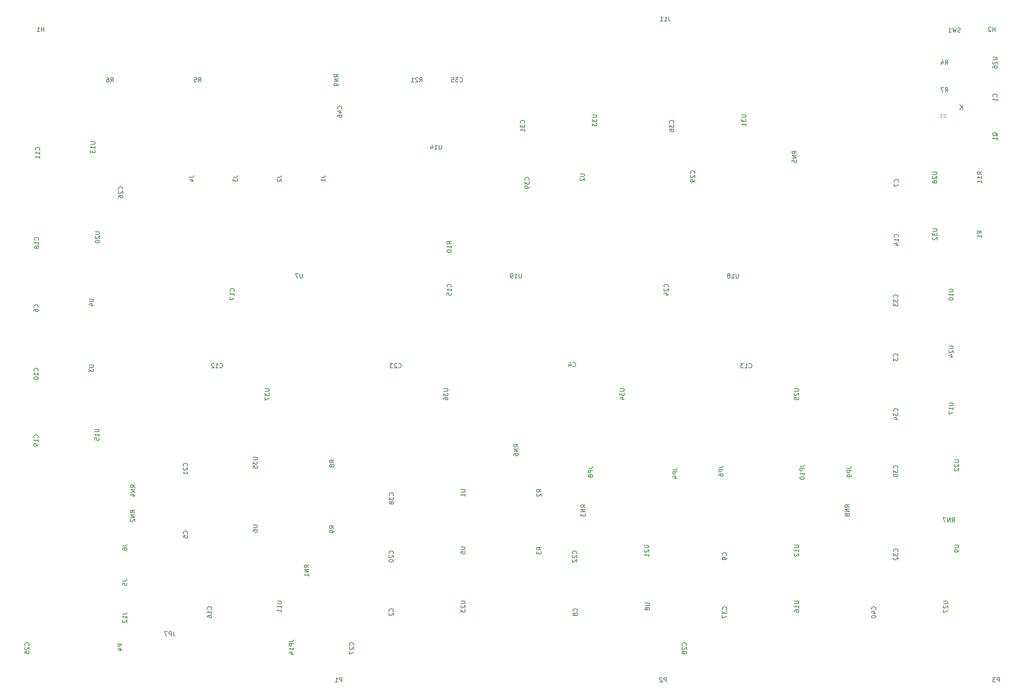
<source format=gbr>
%TF.GenerationSoftware,KiCad,Pcbnew,(6.0.11)*%
%TF.CreationDate,2023-10-28T13:41:20-04:00*%
%TF.ProjectId,processor.Z80,70726f63-6573-4736-9f72-2e5a38302e6b,rev?*%
%TF.SameCoordinates,Original*%
%TF.FileFunction,Legend,Bot*%
%TF.FilePolarity,Positive*%
%FSLAX46Y46*%
G04 Gerber Fmt 4.6, Leading zero omitted, Abs format (unit mm)*
G04 Created by KiCad (PCBNEW (6.0.11)) date 2023-10-28 13:41:20*
%MOMM*%
%LPD*%
G01*
G04 APERTURE LIST*
%ADD10C,0.150000*%
%ADD11C,0.120000*%
G04 APERTURE END LIST*
D10*
%TO.C,P1*%
X112738095Y-226452380D02*
X112738095Y-225452380D01*
X112357142Y-225452380D01*
X112261904Y-225500000D01*
X112214285Y-225547619D01*
X112166666Y-225642857D01*
X112166666Y-225785714D01*
X112214285Y-225880952D01*
X112261904Y-225928571D01*
X112357142Y-225976190D01*
X112738095Y-225976190D01*
X111214285Y-226452380D02*
X111785714Y-226452380D01*
X111500000Y-226452380D02*
X111500000Y-225452380D01*
X111595238Y-225595238D01*
X111690476Y-225690476D01*
X111785714Y-225738095D01*
%TO.C,C2*%
X124357142Y-210333333D02*
X124404761Y-210285714D01*
X124452380Y-210142857D01*
X124452380Y-210047619D01*
X124404761Y-209904761D01*
X124309523Y-209809523D01*
X124214285Y-209761904D01*
X124023809Y-209714285D01*
X123880952Y-209714285D01*
X123690476Y-209761904D01*
X123595238Y-209809523D01*
X123500000Y-209904761D01*
X123452380Y-210047619D01*
X123452380Y-210142857D01*
X123500000Y-210285714D01*
X123547619Y-210333333D01*
X123547619Y-210714285D02*
X123500000Y-210761904D01*
X123452380Y-210857142D01*
X123452380Y-211095238D01*
X123500000Y-211190476D01*
X123547619Y-211238095D01*
X123642857Y-211285714D01*
X123738095Y-211285714D01*
X123880952Y-211238095D01*
X124452380Y-210666666D01*
X124452380Y-211285714D01*
%TO.C,C3*%
X239482142Y-152133333D02*
X239529761Y-152085714D01*
X239577380Y-151942857D01*
X239577380Y-151847619D01*
X239529761Y-151704761D01*
X239434523Y-151609523D01*
X239339285Y-151561904D01*
X239148809Y-151514285D01*
X239005952Y-151514285D01*
X238815476Y-151561904D01*
X238720238Y-151609523D01*
X238625000Y-151704761D01*
X238577380Y-151847619D01*
X238577380Y-151942857D01*
X238625000Y-152085714D01*
X238672619Y-152133333D01*
X238577380Y-152466666D02*
X238577380Y-153085714D01*
X238958333Y-152752380D01*
X238958333Y-152895238D01*
X239005952Y-152990476D01*
X239053571Y-153038095D01*
X239148809Y-153085714D01*
X239386904Y-153085714D01*
X239482142Y-153038095D01*
X239529761Y-152990476D01*
X239577380Y-152895238D01*
X239577380Y-152609523D01*
X239529761Y-152514285D01*
X239482142Y-152466666D01*
%TO.C,C4*%
X165416666Y-154357142D02*
X165464285Y-154404761D01*
X165607142Y-154452380D01*
X165702380Y-154452380D01*
X165845238Y-154404761D01*
X165940476Y-154309523D01*
X165988095Y-154214285D01*
X166035714Y-154023809D01*
X166035714Y-153880952D01*
X165988095Y-153690476D01*
X165940476Y-153595238D01*
X165845238Y-153500000D01*
X165702380Y-153452380D01*
X165607142Y-153452380D01*
X165464285Y-153500000D01*
X165416666Y-153547619D01*
X164559523Y-153785714D02*
X164559523Y-154452380D01*
X164797619Y-153404761D02*
X165035714Y-154119047D01*
X164416666Y-154119047D01*
%TO.C,C5*%
X77432142Y-192633333D02*
X77479761Y-192585714D01*
X77527380Y-192442857D01*
X77527380Y-192347619D01*
X77479761Y-192204761D01*
X77384523Y-192109523D01*
X77289285Y-192061904D01*
X77098809Y-192014285D01*
X76955952Y-192014285D01*
X76765476Y-192061904D01*
X76670238Y-192109523D01*
X76575000Y-192204761D01*
X76527380Y-192347619D01*
X76527380Y-192442857D01*
X76575000Y-192585714D01*
X76622619Y-192633333D01*
X76527380Y-193538095D02*
X76527380Y-193061904D01*
X77003571Y-193014285D01*
X76955952Y-193061904D01*
X76908333Y-193157142D01*
X76908333Y-193395238D01*
X76955952Y-193490476D01*
X77003571Y-193538095D01*
X77098809Y-193585714D01*
X77336904Y-193585714D01*
X77432142Y-193538095D01*
X77479761Y-193490476D01*
X77527380Y-193395238D01*
X77527380Y-193157142D01*
X77479761Y-193061904D01*
X77432142Y-193014285D01*
%TO.C,C6*%
X43352142Y-140933333D02*
X43399761Y-140885714D01*
X43447380Y-140742857D01*
X43447380Y-140647619D01*
X43399761Y-140504761D01*
X43304523Y-140409523D01*
X43209285Y-140361904D01*
X43018809Y-140314285D01*
X42875952Y-140314285D01*
X42685476Y-140361904D01*
X42590238Y-140409523D01*
X42495000Y-140504761D01*
X42447380Y-140647619D01*
X42447380Y-140742857D01*
X42495000Y-140885714D01*
X42542619Y-140933333D01*
X42447380Y-141790476D02*
X42447380Y-141600000D01*
X42495000Y-141504761D01*
X42542619Y-141457142D01*
X42685476Y-141361904D01*
X42875952Y-141314285D01*
X43256904Y-141314285D01*
X43352142Y-141361904D01*
X43399761Y-141409523D01*
X43447380Y-141504761D01*
X43447380Y-141695238D01*
X43399761Y-141790476D01*
X43352142Y-141838095D01*
X43256904Y-141885714D01*
X43018809Y-141885714D01*
X42923571Y-141838095D01*
X42875952Y-141790476D01*
X42828333Y-141695238D01*
X42828333Y-141504761D01*
X42875952Y-141409523D01*
X42923571Y-141361904D01*
X43018809Y-141314285D01*
%TO.C,C8*%
X166357142Y-210333333D02*
X166404761Y-210285714D01*
X166452380Y-210142857D01*
X166452380Y-210047619D01*
X166404761Y-209904761D01*
X166309523Y-209809523D01*
X166214285Y-209761904D01*
X166023809Y-209714285D01*
X165880952Y-209714285D01*
X165690476Y-209761904D01*
X165595238Y-209809523D01*
X165500000Y-209904761D01*
X165452380Y-210047619D01*
X165452380Y-210142857D01*
X165500000Y-210285714D01*
X165547619Y-210333333D01*
X165880952Y-210904761D02*
X165833333Y-210809523D01*
X165785714Y-210761904D01*
X165690476Y-210714285D01*
X165642857Y-210714285D01*
X165547619Y-210761904D01*
X165500000Y-210809523D01*
X165452380Y-210904761D01*
X165452380Y-211095238D01*
X165500000Y-211190476D01*
X165547619Y-211238095D01*
X165642857Y-211285714D01*
X165690476Y-211285714D01*
X165785714Y-211238095D01*
X165833333Y-211190476D01*
X165880952Y-211095238D01*
X165880952Y-210904761D01*
X165928571Y-210809523D01*
X165976190Y-210761904D01*
X166071428Y-210714285D01*
X166261904Y-210714285D01*
X166357142Y-210761904D01*
X166404761Y-210809523D01*
X166452380Y-210904761D01*
X166452380Y-211095238D01*
X166404761Y-211190476D01*
X166357142Y-211238095D01*
X166261904Y-211285714D01*
X166071428Y-211285714D01*
X165976190Y-211238095D01*
X165928571Y-211190476D01*
X165880952Y-211095238D01*
%TO.C,C9*%
X200432142Y-197583333D02*
X200479761Y-197535714D01*
X200527380Y-197392857D01*
X200527380Y-197297619D01*
X200479761Y-197154761D01*
X200384523Y-197059523D01*
X200289285Y-197011904D01*
X200098809Y-196964285D01*
X199955952Y-196964285D01*
X199765476Y-197011904D01*
X199670238Y-197059523D01*
X199575000Y-197154761D01*
X199527380Y-197297619D01*
X199527380Y-197392857D01*
X199575000Y-197535714D01*
X199622619Y-197583333D01*
X200527380Y-198059523D02*
X200527380Y-198250000D01*
X200479761Y-198345238D01*
X200432142Y-198392857D01*
X200289285Y-198488095D01*
X200098809Y-198535714D01*
X199717857Y-198535714D01*
X199622619Y-198488095D01*
X199575000Y-198440476D01*
X199527380Y-198345238D01*
X199527380Y-198154761D01*
X199575000Y-198059523D01*
X199622619Y-198011904D01*
X199717857Y-197964285D01*
X199955952Y-197964285D01*
X200051190Y-198011904D01*
X200098809Y-198059523D01*
X200146428Y-198154761D01*
X200146428Y-198345238D01*
X200098809Y-198440476D01*
X200051190Y-198488095D01*
X199955952Y-198535714D01*
%TO.C,C10*%
X43352142Y-155457142D02*
X43399761Y-155409523D01*
X43447380Y-155266666D01*
X43447380Y-155171428D01*
X43399761Y-155028571D01*
X43304523Y-154933333D01*
X43209285Y-154885714D01*
X43018809Y-154838095D01*
X42875952Y-154838095D01*
X42685476Y-154885714D01*
X42590238Y-154933333D01*
X42495000Y-155028571D01*
X42447380Y-155171428D01*
X42447380Y-155266666D01*
X42495000Y-155409523D01*
X42542619Y-155457142D01*
X43447380Y-156409523D02*
X43447380Y-155838095D01*
X43447380Y-156123809D02*
X42447380Y-156123809D01*
X42590238Y-156028571D01*
X42685476Y-155933333D01*
X42733095Y-155838095D01*
X42447380Y-157028571D02*
X42447380Y-157123809D01*
X42495000Y-157219047D01*
X42542619Y-157266666D01*
X42637857Y-157314285D01*
X42828333Y-157361904D01*
X43066428Y-157361904D01*
X43256904Y-157314285D01*
X43352142Y-157266666D01*
X43399761Y-157219047D01*
X43447380Y-157123809D01*
X43447380Y-157028571D01*
X43399761Y-156933333D01*
X43352142Y-156885714D01*
X43256904Y-156838095D01*
X43066428Y-156790476D01*
X42828333Y-156790476D01*
X42637857Y-156838095D01*
X42542619Y-156885714D01*
X42495000Y-156933333D01*
X42447380Y-157028571D01*
%TO.C,C11*%
X43727142Y-105007142D02*
X43774761Y-104959523D01*
X43822380Y-104816666D01*
X43822380Y-104721428D01*
X43774761Y-104578571D01*
X43679523Y-104483333D01*
X43584285Y-104435714D01*
X43393809Y-104388095D01*
X43250952Y-104388095D01*
X43060476Y-104435714D01*
X42965238Y-104483333D01*
X42870000Y-104578571D01*
X42822380Y-104721428D01*
X42822380Y-104816666D01*
X42870000Y-104959523D01*
X42917619Y-105007142D01*
X43822380Y-105959523D02*
X43822380Y-105388095D01*
X43822380Y-105673809D02*
X42822380Y-105673809D01*
X42965238Y-105578571D01*
X43060476Y-105483333D01*
X43108095Y-105388095D01*
X43822380Y-106911904D02*
X43822380Y-106340476D01*
X43822380Y-106626190D02*
X42822380Y-106626190D01*
X42965238Y-106530952D01*
X43060476Y-106435714D01*
X43108095Y-106340476D01*
%TO.C,C14*%
X239607142Y-124857142D02*
X239654761Y-124809523D01*
X239702380Y-124666666D01*
X239702380Y-124571428D01*
X239654761Y-124428571D01*
X239559523Y-124333333D01*
X239464285Y-124285714D01*
X239273809Y-124238095D01*
X239130952Y-124238095D01*
X238940476Y-124285714D01*
X238845238Y-124333333D01*
X238750000Y-124428571D01*
X238702380Y-124571428D01*
X238702380Y-124666666D01*
X238750000Y-124809523D01*
X238797619Y-124857142D01*
X239702380Y-125809523D02*
X239702380Y-125238095D01*
X239702380Y-125523809D02*
X238702380Y-125523809D01*
X238845238Y-125428571D01*
X238940476Y-125333333D01*
X238988095Y-125238095D01*
X239035714Y-126666666D02*
X239702380Y-126666666D01*
X238654761Y-126428571D02*
X239369047Y-126190476D01*
X239369047Y-126809523D01*
%TO.C,C15*%
X137607142Y-136257142D02*
X137654761Y-136209523D01*
X137702380Y-136066666D01*
X137702380Y-135971428D01*
X137654761Y-135828571D01*
X137559523Y-135733333D01*
X137464285Y-135685714D01*
X137273809Y-135638095D01*
X137130952Y-135638095D01*
X136940476Y-135685714D01*
X136845238Y-135733333D01*
X136750000Y-135828571D01*
X136702380Y-135971428D01*
X136702380Y-136066666D01*
X136750000Y-136209523D01*
X136797619Y-136257142D01*
X137702380Y-137209523D02*
X137702380Y-136638095D01*
X137702380Y-136923809D02*
X136702380Y-136923809D01*
X136845238Y-136828571D01*
X136940476Y-136733333D01*
X136988095Y-136638095D01*
X136702380Y-138114285D02*
X136702380Y-137638095D01*
X137178571Y-137590476D01*
X137130952Y-137638095D01*
X137083333Y-137733333D01*
X137083333Y-137971428D01*
X137130952Y-138066666D01*
X137178571Y-138114285D01*
X137273809Y-138161904D01*
X137511904Y-138161904D01*
X137607142Y-138114285D01*
X137654761Y-138066666D01*
X137702380Y-137971428D01*
X137702380Y-137733333D01*
X137654761Y-137638095D01*
X137607142Y-137590476D01*
%TO.C,C25*%
X41286742Y-218107142D02*
X41334361Y-218059523D01*
X41381980Y-217916666D01*
X41381980Y-217821428D01*
X41334361Y-217678571D01*
X41239123Y-217583333D01*
X41143885Y-217535714D01*
X40953409Y-217488095D01*
X40810552Y-217488095D01*
X40620076Y-217535714D01*
X40524838Y-217583333D01*
X40429600Y-217678571D01*
X40381980Y-217821428D01*
X40381980Y-217916666D01*
X40429600Y-218059523D01*
X40477219Y-218107142D01*
X40477219Y-218488095D02*
X40429600Y-218535714D01*
X40381980Y-218630952D01*
X40381980Y-218869047D01*
X40429600Y-218964285D01*
X40477219Y-219011904D01*
X40572457Y-219059523D01*
X40667695Y-219059523D01*
X40810552Y-219011904D01*
X41381980Y-218440476D01*
X41381980Y-219059523D01*
X40381980Y-219964285D02*
X40381980Y-219488095D01*
X40858171Y-219440476D01*
X40810552Y-219488095D01*
X40762933Y-219583333D01*
X40762933Y-219821428D01*
X40810552Y-219916666D01*
X40858171Y-219964285D01*
X40953409Y-220011904D01*
X41191504Y-220011904D01*
X41286742Y-219964285D01*
X41334361Y-219916666D01*
X41381980Y-219821428D01*
X41381980Y-219583333D01*
X41334361Y-219488095D01*
X41286742Y-219440476D01*
%TO.C,C26*%
X62647042Y-114007142D02*
X62694661Y-113959523D01*
X62742280Y-113816666D01*
X62742280Y-113721428D01*
X62694661Y-113578571D01*
X62599423Y-113483333D01*
X62504185Y-113435714D01*
X62313709Y-113388095D01*
X62170852Y-113388095D01*
X61980376Y-113435714D01*
X61885138Y-113483333D01*
X61789900Y-113578571D01*
X61742280Y-113721428D01*
X61742280Y-113816666D01*
X61789900Y-113959523D01*
X61837519Y-114007142D01*
X61837519Y-114388095D02*
X61789900Y-114435714D01*
X61742280Y-114530952D01*
X61742280Y-114769047D01*
X61789900Y-114864285D01*
X61837519Y-114911904D01*
X61932757Y-114959523D01*
X62027995Y-114959523D01*
X62170852Y-114911904D01*
X62742280Y-114340476D01*
X62742280Y-114959523D01*
X61742280Y-115816666D02*
X61742280Y-115626190D01*
X61789900Y-115530952D01*
X61837519Y-115483333D01*
X61980376Y-115388095D01*
X62170852Y-115340476D01*
X62551804Y-115340476D01*
X62647042Y-115388095D01*
X62694661Y-115435714D01*
X62742280Y-115530952D01*
X62742280Y-115721428D01*
X62694661Y-115816666D01*
X62647042Y-115864285D01*
X62551804Y-115911904D01*
X62313709Y-115911904D01*
X62218471Y-115864285D01*
X62170852Y-115816666D01*
X62123233Y-115721428D01*
X62123233Y-115530952D01*
X62170852Y-115435714D01*
X62218471Y-115388095D01*
X62313709Y-115340476D01*
%TO.C,C17*%
X88107142Y-137247142D02*
X88154761Y-137199523D01*
X88202380Y-137056666D01*
X88202380Y-136961428D01*
X88154761Y-136818571D01*
X88059523Y-136723333D01*
X87964285Y-136675714D01*
X87773809Y-136628095D01*
X87630952Y-136628095D01*
X87440476Y-136675714D01*
X87345238Y-136723333D01*
X87250000Y-136818571D01*
X87202380Y-136961428D01*
X87202380Y-137056666D01*
X87250000Y-137199523D01*
X87297619Y-137247142D01*
X88202380Y-138199523D02*
X88202380Y-137628095D01*
X88202380Y-137913809D02*
X87202380Y-137913809D01*
X87345238Y-137818571D01*
X87440476Y-137723333D01*
X87488095Y-137628095D01*
X87202380Y-138532857D02*
X87202380Y-139199523D01*
X88202380Y-138770952D01*
%TO.C,C20*%
X124357142Y-197157142D02*
X124404761Y-197109523D01*
X124452380Y-196966666D01*
X124452380Y-196871428D01*
X124404761Y-196728571D01*
X124309523Y-196633333D01*
X124214285Y-196585714D01*
X124023809Y-196538095D01*
X123880952Y-196538095D01*
X123690476Y-196585714D01*
X123595238Y-196633333D01*
X123500000Y-196728571D01*
X123452380Y-196871428D01*
X123452380Y-196966666D01*
X123500000Y-197109523D01*
X123547619Y-197157142D01*
X123547619Y-197538095D02*
X123500000Y-197585714D01*
X123452380Y-197680952D01*
X123452380Y-197919047D01*
X123500000Y-198014285D01*
X123547619Y-198061904D01*
X123642857Y-198109523D01*
X123738095Y-198109523D01*
X123880952Y-198061904D01*
X124452380Y-197490476D01*
X124452380Y-198109523D01*
X123452380Y-198728571D02*
X123452380Y-198823809D01*
X123500000Y-198919047D01*
X123547619Y-198966666D01*
X123642857Y-199014285D01*
X123833333Y-199061904D01*
X124071428Y-199061904D01*
X124261904Y-199014285D01*
X124357142Y-198966666D01*
X124404761Y-198919047D01*
X124452380Y-198823809D01*
X124452380Y-198728571D01*
X124404761Y-198633333D01*
X124357142Y-198585714D01*
X124261904Y-198538095D01*
X124071428Y-198490476D01*
X123833333Y-198490476D01*
X123642857Y-198538095D01*
X123547619Y-198585714D01*
X123500000Y-198633333D01*
X123452380Y-198728571D01*
%TO.C,C21*%
X77432142Y-177157142D02*
X77479761Y-177109523D01*
X77527380Y-176966666D01*
X77527380Y-176871428D01*
X77479761Y-176728571D01*
X77384523Y-176633333D01*
X77289285Y-176585714D01*
X77098809Y-176538095D01*
X76955952Y-176538095D01*
X76765476Y-176585714D01*
X76670238Y-176633333D01*
X76575000Y-176728571D01*
X76527380Y-176871428D01*
X76527380Y-176966666D01*
X76575000Y-177109523D01*
X76622619Y-177157142D01*
X76622619Y-177538095D02*
X76575000Y-177585714D01*
X76527380Y-177680952D01*
X76527380Y-177919047D01*
X76575000Y-178014285D01*
X76622619Y-178061904D01*
X76717857Y-178109523D01*
X76813095Y-178109523D01*
X76955952Y-178061904D01*
X77527380Y-177490476D01*
X77527380Y-178109523D01*
X77527380Y-179061904D02*
X77527380Y-178490476D01*
X77527380Y-178776190D02*
X76527380Y-178776190D01*
X76670238Y-178680952D01*
X76765476Y-178585714D01*
X76813095Y-178490476D01*
%TO.C,C22*%
X166182142Y-197157142D02*
X166229761Y-197109523D01*
X166277380Y-196966666D01*
X166277380Y-196871428D01*
X166229761Y-196728571D01*
X166134523Y-196633333D01*
X166039285Y-196585714D01*
X165848809Y-196538095D01*
X165705952Y-196538095D01*
X165515476Y-196585714D01*
X165420238Y-196633333D01*
X165325000Y-196728571D01*
X165277380Y-196871428D01*
X165277380Y-196966666D01*
X165325000Y-197109523D01*
X165372619Y-197157142D01*
X165372619Y-197538095D02*
X165325000Y-197585714D01*
X165277380Y-197680952D01*
X165277380Y-197919047D01*
X165325000Y-198014285D01*
X165372619Y-198061904D01*
X165467857Y-198109523D01*
X165563095Y-198109523D01*
X165705952Y-198061904D01*
X166277380Y-197490476D01*
X166277380Y-198109523D01*
X165372619Y-198490476D02*
X165325000Y-198538095D01*
X165277380Y-198633333D01*
X165277380Y-198871428D01*
X165325000Y-198966666D01*
X165372619Y-199014285D01*
X165467857Y-199061904D01*
X165563095Y-199061904D01*
X165705952Y-199014285D01*
X166277380Y-198442857D01*
X166277380Y-199061904D01*
%TO.C,C23*%
X125642857Y-154607142D02*
X125690476Y-154654761D01*
X125833333Y-154702380D01*
X125928571Y-154702380D01*
X126071428Y-154654761D01*
X126166666Y-154559523D01*
X126214285Y-154464285D01*
X126261904Y-154273809D01*
X126261904Y-154130952D01*
X126214285Y-153940476D01*
X126166666Y-153845238D01*
X126071428Y-153750000D01*
X125928571Y-153702380D01*
X125833333Y-153702380D01*
X125690476Y-153750000D01*
X125642857Y-153797619D01*
X125261904Y-153797619D02*
X125214285Y-153750000D01*
X125119047Y-153702380D01*
X124880952Y-153702380D01*
X124785714Y-153750000D01*
X124738095Y-153797619D01*
X124690476Y-153892857D01*
X124690476Y-153988095D01*
X124738095Y-154130952D01*
X125309523Y-154702380D01*
X124690476Y-154702380D01*
X124357142Y-153702380D02*
X123738095Y-153702380D01*
X124071428Y-154083333D01*
X123928571Y-154083333D01*
X123833333Y-154130952D01*
X123785714Y-154178571D01*
X123738095Y-154273809D01*
X123738095Y-154511904D01*
X123785714Y-154607142D01*
X123833333Y-154654761D01*
X123928571Y-154702380D01*
X124214285Y-154702380D01*
X124309523Y-154654761D01*
X124357142Y-154607142D01*
%TO.C,C27*%
X115357142Y-218107142D02*
X115404761Y-218059523D01*
X115452380Y-217916666D01*
X115452380Y-217821428D01*
X115404761Y-217678571D01*
X115309523Y-217583333D01*
X115214285Y-217535714D01*
X115023809Y-217488095D01*
X114880952Y-217488095D01*
X114690476Y-217535714D01*
X114595238Y-217583333D01*
X114500000Y-217678571D01*
X114452380Y-217821428D01*
X114452380Y-217916666D01*
X114500000Y-218059523D01*
X114547619Y-218107142D01*
X114547619Y-218488095D02*
X114500000Y-218535714D01*
X114452380Y-218630952D01*
X114452380Y-218869047D01*
X114500000Y-218964285D01*
X114547619Y-219011904D01*
X114642857Y-219059523D01*
X114738095Y-219059523D01*
X114880952Y-219011904D01*
X115452380Y-218440476D01*
X115452380Y-219059523D01*
X114452380Y-219392857D02*
X114452380Y-220059523D01*
X115452380Y-219630952D01*
%TO.C,C28*%
X191241842Y-218107142D02*
X191289461Y-218059523D01*
X191337080Y-217916666D01*
X191337080Y-217821428D01*
X191289461Y-217678571D01*
X191194223Y-217583333D01*
X191098985Y-217535714D01*
X190908509Y-217488095D01*
X190765652Y-217488095D01*
X190575176Y-217535714D01*
X190479938Y-217583333D01*
X190384700Y-217678571D01*
X190337080Y-217821428D01*
X190337080Y-217916666D01*
X190384700Y-218059523D01*
X190432319Y-218107142D01*
X190432319Y-218488095D02*
X190384700Y-218535714D01*
X190337080Y-218630952D01*
X190337080Y-218869047D01*
X190384700Y-218964285D01*
X190432319Y-219011904D01*
X190527557Y-219059523D01*
X190622795Y-219059523D01*
X190765652Y-219011904D01*
X191337080Y-218440476D01*
X191337080Y-219059523D01*
X190765652Y-219630952D02*
X190718033Y-219535714D01*
X190670414Y-219488095D01*
X190575176Y-219440476D01*
X190527557Y-219440476D01*
X190432319Y-219488095D01*
X190384700Y-219535714D01*
X190337080Y-219630952D01*
X190337080Y-219821428D01*
X190384700Y-219916666D01*
X190432319Y-219964285D01*
X190527557Y-220011904D01*
X190575176Y-220011904D01*
X190670414Y-219964285D01*
X190718033Y-219916666D01*
X190765652Y-219821428D01*
X190765652Y-219630952D01*
X190813271Y-219535714D01*
X190860890Y-219488095D01*
X190956128Y-219440476D01*
X191146604Y-219440476D01*
X191241842Y-219488095D01*
X191289461Y-219535714D01*
X191337080Y-219630952D01*
X191337080Y-219821428D01*
X191289461Y-219916666D01*
X191241842Y-219964285D01*
X191146604Y-220011904D01*
X190956128Y-220011904D01*
X190860890Y-219964285D01*
X190813271Y-219916666D01*
X190765652Y-219821428D01*
%TO.C,C29*%
X193107154Y-110357142D02*
X193154773Y-110309523D01*
X193202392Y-110166666D01*
X193202392Y-110071428D01*
X193154773Y-109928571D01*
X193059535Y-109833333D01*
X192964297Y-109785714D01*
X192773821Y-109738095D01*
X192630964Y-109738095D01*
X192440488Y-109785714D01*
X192345250Y-109833333D01*
X192250012Y-109928571D01*
X192202392Y-110071428D01*
X192202392Y-110166666D01*
X192250012Y-110309523D01*
X192297631Y-110357142D01*
X192297631Y-110738095D02*
X192250012Y-110785714D01*
X192202392Y-110880952D01*
X192202392Y-111119047D01*
X192250012Y-111214285D01*
X192297631Y-111261904D01*
X192392869Y-111309523D01*
X192488107Y-111309523D01*
X192630964Y-111261904D01*
X193202392Y-110690476D01*
X193202392Y-111309523D01*
X193202392Y-111785714D02*
X193202392Y-111976190D01*
X193154773Y-112071428D01*
X193107154Y-112119047D01*
X192964297Y-112214285D01*
X192773821Y-112261904D01*
X192392869Y-112261904D01*
X192297631Y-112214285D01*
X192250012Y-112166666D01*
X192202392Y-112071428D01*
X192202392Y-111880952D01*
X192250012Y-111785714D01*
X192297631Y-111738095D01*
X192392869Y-111690476D01*
X192630964Y-111690476D01*
X192726202Y-111738095D01*
X192773821Y-111785714D01*
X192821440Y-111880952D01*
X192821440Y-112071428D01*
X192773821Y-112166666D01*
X192726202Y-112214285D01*
X192630964Y-112261904D01*
%TO.C,R5*%
X79976666Y-89452380D02*
X80310000Y-88976190D01*
X80548095Y-89452380D02*
X80548095Y-88452380D01*
X80167142Y-88452380D01*
X80071904Y-88500000D01*
X80024285Y-88547619D01*
X79976666Y-88642857D01*
X79976666Y-88785714D01*
X80024285Y-88880952D01*
X80071904Y-88928571D01*
X80167142Y-88976190D01*
X80548095Y-88976190D01*
X79071904Y-88452380D02*
X79548095Y-88452380D01*
X79595714Y-88928571D01*
X79548095Y-88880952D01*
X79452857Y-88833333D01*
X79214761Y-88833333D01*
X79119523Y-88880952D01*
X79071904Y-88928571D01*
X79024285Y-89023809D01*
X79024285Y-89261904D01*
X79071904Y-89357142D01*
X79119523Y-89404761D01*
X79214761Y-89452380D01*
X79452857Y-89452380D01*
X79548095Y-89404761D01*
X79595714Y-89357142D01*
%TO.C,R6*%
X59976666Y-89452380D02*
X60310000Y-88976190D01*
X60548095Y-89452380D02*
X60548095Y-88452380D01*
X60167142Y-88452380D01*
X60071904Y-88500000D01*
X60024285Y-88547619D01*
X59976666Y-88642857D01*
X59976666Y-88785714D01*
X60024285Y-88880952D01*
X60071904Y-88928571D01*
X60167142Y-88976190D01*
X60548095Y-88976190D01*
X59119523Y-88452380D02*
X59310000Y-88452380D01*
X59405238Y-88500000D01*
X59452857Y-88547619D01*
X59548095Y-88690476D01*
X59595714Y-88880952D01*
X59595714Y-89261904D01*
X59548095Y-89357142D01*
X59500476Y-89404761D01*
X59405238Y-89452380D01*
X59214761Y-89452380D01*
X59119523Y-89404761D01*
X59071904Y-89357142D01*
X59024285Y-89261904D01*
X59024285Y-89023809D01*
X59071904Y-88928571D01*
X59119523Y-88880952D01*
X59214761Y-88833333D01*
X59405238Y-88833333D01*
X59500476Y-88880952D01*
X59548095Y-88928571D01*
X59595714Y-89023809D01*
%TO.C,RN2*%
X65447380Y-187809523D02*
X64971190Y-187476190D01*
X65447380Y-187238095D02*
X64447380Y-187238095D01*
X64447380Y-187619047D01*
X64495000Y-187714285D01*
X64542619Y-187761904D01*
X64637857Y-187809523D01*
X64780714Y-187809523D01*
X64875952Y-187761904D01*
X64923571Y-187714285D01*
X64971190Y-187619047D01*
X64971190Y-187238095D01*
X65447380Y-188238095D02*
X64447380Y-188238095D01*
X65447380Y-188809523D01*
X64447380Y-188809523D01*
X64542619Y-189238095D02*
X64495000Y-189285714D01*
X64447380Y-189380952D01*
X64447380Y-189619047D01*
X64495000Y-189714285D01*
X64542619Y-189761904D01*
X64637857Y-189809523D01*
X64733095Y-189809523D01*
X64875952Y-189761904D01*
X65447380Y-189190476D01*
X65447380Y-189809523D01*
%TO.C,U4*%
X55067380Y-139028095D02*
X55876904Y-139028095D01*
X55972142Y-139075714D01*
X56019761Y-139123333D01*
X56067380Y-139218571D01*
X56067380Y-139409047D01*
X56019761Y-139504285D01*
X55972142Y-139551904D01*
X55876904Y-139599523D01*
X55067380Y-139599523D01*
X55400714Y-140504285D02*
X56067380Y-140504285D01*
X55019761Y-140266190D02*
X55734047Y-140028095D01*
X55734047Y-140647142D01*
%TO.C,U5*%
X139857380Y-195628095D02*
X140666904Y-195628095D01*
X140762142Y-195675714D01*
X140809761Y-195723333D01*
X140857380Y-195818571D01*
X140857380Y-196009047D01*
X140809761Y-196104285D01*
X140762142Y-196151904D01*
X140666904Y-196199523D01*
X139857380Y-196199523D01*
X139857380Y-197151904D02*
X139857380Y-196675714D01*
X140333571Y-196628095D01*
X140285952Y-196675714D01*
X140238333Y-196770952D01*
X140238333Y-197009047D01*
X140285952Y-197104285D01*
X140333571Y-197151904D01*
X140428809Y-197199523D01*
X140666904Y-197199523D01*
X140762142Y-197151904D01*
X140809761Y-197104285D01*
X140857380Y-197009047D01*
X140857380Y-196770952D01*
X140809761Y-196675714D01*
X140762142Y-196628095D01*
%TO.C,U6*%
X92457380Y-190628095D02*
X93266904Y-190628095D01*
X93362142Y-190675714D01*
X93409761Y-190723333D01*
X93457380Y-190818571D01*
X93457380Y-191009047D01*
X93409761Y-191104285D01*
X93362142Y-191151904D01*
X93266904Y-191199523D01*
X92457380Y-191199523D01*
X92457380Y-192104285D02*
X92457380Y-191913809D01*
X92505000Y-191818571D01*
X92552619Y-191770952D01*
X92695476Y-191675714D01*
X92885952Y-191628095D01*
X93266904Y-191628095D01*
X93362142Y-191675714D01*
X93409761Y-191723333D01*
X93457380Y-191818571D01*
X93457380Y-192009047D01*
X93409761Y-192104285D01*
X93362142Y-192151904D01*
X93266904Y-192199523D01*
X93028809Y-192199523D01*
X92933571Y-192151904D01*
X92885952Y-192104285D01*
X92838333Y-192009047D01*
X92838333Y-191818571D01*
X92885952Y-191723333D01*
X92933571Y-191675714D01*
X93028809Y-191628095D01*
%TO.C,U8*%
X181882380Y-208428095D02*
X182691904Y-208428095D01*
X182787142Y-208475714D01*
X182834761Y-208523333D01*
X182882380Y-208618571D01*
X182882380Y-208809047D01*
X182834761Y-208904285D01*
X182787142Y-208951904D01*
X182691904Y-208999523D01*
X181882380Y-208999523D01*
X182310952Y-209618571D02*
X182263333Y-209523333D01*
X182215714Y-209475714D01*
X182120476Y-209428095D01*
X182072857Y-209428095D01*
X181977619Y-209475714D01*
X181930000Y-209523333D01*
X181882380Y-209618571D01*
X181882380Y-209809047D01*
X181930000Y-209904285D01*
X181977619Y-209951904D01*
X182072857Y-209999523D01*
X182120476Y-209999523D01*
X182215714Y-209951904D01*
X182263333Y-209904285D01*
X182310952Y-209809047D01*
X182310952Y-209618571D01*
X182358571Y-209523333D01*
X182406190Y-209475714D01*
X182501428Y-209428095D01*
X182691904Y-209428095D01*
X182787142Y-209475714D01*
X182834761Y-209523333D01*
X182882380Y-209618571D01*
X182882380Y-209809047D01*
X182834761Y-209904285D01*
X182787142Y-209951904D01*
X182691904Y-209999523D01*
X182501428Y-209999523D01*
X182406190Y-209951904D01*
X182358571Y-209904285D01*
X182310952Y-209809047D01*
%TO.C,U15*%
X56337380Y-168751904D02*
X57146904Y-168751904D01*
X57242142Y-168799523D01*
X57289761Y-168847142D01*
X57337380Y-168942380D01*
X57337380Y-169132857D01*
X57289761Y-169228095D01*
X57242142Y-169275714D01*
X57146904Y-169323333D01*
X56337380Y-169323333D01*
X57337380Y-170323333D02*
X57337380Y-169751904D01*
X57337380Y-170037619D02*
X56337380Y-170037619D01*
X56480238Y-169942380D01*
X56575476Y-169847142D01*
X56623095Y-169751904D01*
X56337380Y-171228095D02*
X56337380Y-170751904D01*
X56813571Y-170704285D01*
X56765952Y-170751904D01*
X56718333Y-170847142D01*
X56718333Y-171085238D01*
X56765952Y-171180476D01*
X56813571Y-171228095D01*
X56908809Y-171275714D01*
X57146904Y-171275714D01*
X57242142Y-171228095D01*
X57289761Y-171180476D01*
X57337380Y-171085238D01*
X57337380Y-170847142D01*
X57289761Y-170751904D01*
X57242142Y-170704285D01*
%TO.C,U1*%
X139857380Y-182478095D02*
X140666904Y-182478095D01*
X140762142Y-182525714D01*
X140809761Y-182573333D01*
X140857380Y-182668571D01*
X140857380Y-182859047D01*
X140809761Y-182954285D01*
X140762142Y-183001904D01*
X140666904Y-183049523D01*
X139857380Y-183049523D01*
X140857380Y-184049523D02*
X140857380Y-183478095D01*
X140857380Y-183763809D02*
X139857380Y-183763809D01*
X140000238Y-183668571D01*
X140095476Y-183573333D01*
X140143095Y-183478095D01*
%TO.C,P2*%
X186738095Y-226452380D02*
X186738095Y-225452380D01*
X186357142Y-225452380D01*
X186261904Y-225500000D01*
X186214285Y-225547619D01*
X186166666Y-225642857D01*
X186166666Y-225785714D01*
X186214285Y-225880952D01*
X186261904Y-225928571D01*
X186357142Y-225976190D01*
X186738095Y-225976190D01*
X185785714Y-225547619D02*
X185738095Y-225500000D01*
X185642857Y-225452380D01*
X185404761Y-225452380D01*
X185309523Y-225500000D01*
X185261904Y-225547619D01*
X185214285Y-225642857D01*
X185214285Y-225738095D01*
X185261904Y-225880952D01*
X185833333Y-226452380D01*
X185214285Y-226452380D01*
%TO.C,H2*%
X261761904Y-77952380D02*
X261761904Y-76952380D01*
X261761904Y-77428571D02*
X261190476Y-77428571D01*
X261190476Y-77952380D02*
X261190476Y-76952380D01*
X260761904Y-77047619D02*
X260714285Y-77000000D01*
X260619047Y-76952380D01*
X260380952Y-76952380D01*
X260285714Y-77000000D01*
X260238095Y-77047619D01*
X260190476Y-77142857D01*
X260190476Y-77238095D01*
X260238095Y-77380952D01*
X260809523Y-77952380D01*
X260190476Y-77952380D01*
%TO.C,RN1*%
X105177380Y-200309523D02*
X104701190Y-199976190D01*
X105177380Y-199738095D02*
X104177380Y-199738095D01*
X104177380Y-200119047D01*
X104225000Y-200214285D01*
X104272619Y-200261904D01*
X104367857Y-200309523D01*
X104510714Y-200309523D01*
X104605952Y-200261904D01*
X104653571Y-200214285D01*
X104701190Y-200119047D01*
X104701190Y-199738095D01*
X105177380Y-200738095D02*
X104177380Y-200738095D01*
X105177380Y-201309523D01*
X104177380Y-201309523D01*
X105177380Y-202309523D02*
X105177380Y-201738095D01*
X105177380Y-202023809D02*
X104177380Y-202023809D01*
X104320238Y-201928571D01*
X104415476Y-201833333D01*
X104463095Y-201738095D01*
%TO.C,U11*%
X97957380Y-207976904D02*
X98766904Y-207976904D01*
X98862142Y-208024523D01*
X98909761Y-208072142D01*
X98957380Y-208167380D01*
X98957380Y-208357857D01*
X98909761Y-208453095D01*
X98862142Y-208500714D01*
X98766904Y-208548333D01*
X97957380Y-208548333D01*
X98957380Y-209548333D02*
X98957380Y-208976904D01*
X98957380Y-209262619D02*
X97957380Y-209262619D01*
X98100238Y-209167380D01*
X98195476Y-209072142D01*
X98243095Y-208976904D01*
X98957380Y-210500714D02*
X98957380Y-209929285D01*
X98957380Y-210215000D02*
X97957380Y-210215000D01*
X98100238Y-210119761D01*
X98195476Y-210024523D01*
X98243095Y-209929285D01*
%TO.C,U16*%
X215957380Y-208001904D02*
X216766904Y-208001904D01*
X216862142Y-208049523D01*
X216909761Y-208097142D01*
X216957380Y-208192380D01*
X216957380Y-208382857D01*
X216909761Y-208478095D01*
X216862142Y-208525714D01*
X216766904Y-208573333D01*
X215957380Y-208573333D01*
X216957380Y-209573333D02*
X216957380Y-209001904D01*
X216957380Y-209287619D02*
X215957380Y-209287619D01*
X216100238Y-209192380D01*
X216195476Y-209097142D01*
X216243095Y-209001904D01*
X215957380Y-210430476D02*
X215957380Y-210240000D01*
X216005000Y-210144761D01*
X216052619Y-210097142D01*
X216195476Y-210001904D01*
X216385952Y-209954285D01*
X216766904Y-209954285D01*
X216862142Y-210001904D01*
X216909761Y-210049523D01*
X216957380Y-210144761D01*
X216957380Y-210335238D01*
X216909761Y-210430476D01*
X216862142Y-210478095D01*
X216766904Y-210525714D01*
X216528809Y-210525714D01*
X216433571Y-210478095D01*
X216385952Y-210430476D01*
X216338333Y-210335238D01*
X216338333Y-210144761D01*
X216385952Y-210049523D01*
X216433571Y-210001904D01*
X216528809Y-209954285D01*
%TO.C,J3*%
X87952380Y-111166666D02*
X88666666Y-111166666D01*
X88809523Y-111119047D01*
X88904761Y-111023809D01*
X88952380Y-110880952D01*
X88952380Y-110785714D01*
X87952380Y-111547619D02*
X87952380Y-112166666D01*
X88333333Y-111833333D01*
X88333333Y-111976190D01*
X88380952Y-112071428D01*
X88428571Y-112119047D01*
X88523809Y-112166666D01*
X88761904Y-112166666D01*
X88857142Y-112119047D01*
X88904761Y-112071428D01*
X88952380Y-111976190D01*
X88952380Y-111690476D01*
X88904761Y-111595238D01*
X88857142Y-111547619D01*
%TO.C,J1*%
X107952380Y-111166666D02*
X108666666Y-111166666D01*
X108809523Y-111119047D01*
X108904761Y-111023809D01*
X108952380Y-110880952D01*
X108952380Y-110785714D01*
X108952380Y-112166666D02*
X108952380Y-111595238D01*
X108952380Y-111880952D02*
X107952380Y-111880952D01*
X108095238Y-111785714D01*
X108190476Y-111690476D01*
X108238095Y-111595238D01*
%TO.C,C19*%
X43352142Y-170657142D02*
X43399761Y-170609523D01*
X43447380Y-170466666D01*
X43447380Y-170371428D01*
X43399761Y-170228571D01*
X43304523Y-170133333D01*
X43209285Y-170085714D01*
X43018809Y-170038095D01*
X42875952Y-170038095D01*
X42685476Y-170085714D01*
X42590238Y-170133333D01*
X42495000Y-170228571D01*
X42447380Y-170371428D01*
X42447380Y-170466666D01*
X42495000Y-170609523D01*
X42542619Y-170657142D01*
X43447380Y-171609523D02*
X43447380Y-171038095D01*
X43447380Y-171323809D02*
X42447380Y-171323809D01*
X42590238Y-171228571D01*
X42685476Y-171133333D01*
X42733095Y-171038095D01*
X43447380Y-172085714D02*
X43447380Y-172276190D01*
X43399761Y-172371428D01*
X43352142Y-172419047D01*
X43209285Y-172514285D01*
X43018809Y-172561904D01*
X42637857Y-172561904D01*
X42542619Y-172514285D01*
X42495000Y-172466666D01*
X42447380Y-172371428D01*
X42447380Y-172180952D01*
X42495000Y-172085714D01*
X42542619Y-172038095D01*
X42637857Y-171990476D01*
X42875952Y-171990476D01*
X42971190Y-172038095D01*
X43018809Y-172085714D01*
X43066428Y-172180952D01*
X43066428Y-172371428D01*
X43018809Y-172466666D01*
X42971190Y-172514285D01*
X42875952Y-172561904D01*
%TO.C,C18*%
X43477142Y-125557142D02*
X43524761Y-125509523D01*
X43572380Y-125366666D01*
X43572380Y-125271428D01*
X43524761Y-125128571D01*
X43429523Y-125033333D01*
X43334285Y-124985714D01*
X43143809Y-124938095D01*
X43000952Y-124938095D01*
X42810476Y-124985714D01*
X42715238Y-125033333D01*
X42620000Y-125128571D01*
X42572380Y-125271428D01*
X42572380Y-125366666D01*
X42620000Y-125509523D01*
X42667619Y-125557142D01*
X43572380Y-126509523D02*
X43572380Y-125938095D01*
X43572380Y-126223809D02*
X42572380Y-126223809D01*
X42715238Y-126128571D01*
X42810476Y-126033333D01*
X42858095Y-125938095D01*
X43000952Y-127080952D02*
X42953333Y-126985714D01*
X42905714Y-126938095D01*
X42810476Y-126890476D01*
X42762857Y-126890476D01*
X42667619Y-126938095D01*
X42620000Y-126985714D01*
X42572380Y-127080952D01*
X42572380Y-127271428D01*
X42620000Y-127366666D01*
X42667619Y-127414285D01*
X42762857Y-127461904D01*
X42810476Y-127461904D01*
X42905714Y-127414285D01*
X42953333Y-127366666D01*
X43000952Y-127271428D01*
X43000952Y-127080952D01*
X43048571Y-126985714D01*
X43096190Y-126938095D01*
X43191428Y-126890476D01*
X43381904Y-126890476D01*
X43477142Y-126938095D01*
X43524761Y-126985714D01*
X43572380Y-127080952D01*
X43572380Y-127271428D01*
X43524761Y-127366666D01*
X43477142Y-127414285D01*
X43381904Y-127461904D01*
X43191428Y-127461904D01*
X43096190Y-127414285D01*
X43048571Y-127366666D01*
X43000952Y-127271428D01*
%TO.C,C12*%
X84892857Y-154607142D02*
X84940476Y-154654761D01*
X85083333Y-154702380D01*
X85178571Y-154702380D01*
X85321428Y-154654761D01*
X85416666Y-154559523D01*
X85464285Y-154464285D01*
X85511904Y-154273809D01*
X85511904Y-154130952D01*
X85464285Y-153940476D01*
X85416666Y-153845238D01*
X85321428Y-153750000D01*
X85178571Y-153702380D01*
X85083333Y-153702380D01*
X84940476Y-153750000D01*
X84892857Y-153797619D01*
X83940476Y-154702380D02*
X84511904Y-154702380D01*
X84226190Y-154702380D02*
X84226190Y-153702380D01*
X84321428Y-153845238D01*
X84416666Y-153940476D01*
X84511904Y-153988095D01*
X83559523Y-153797619D02*
X83511904Y-153750000D01*
X83416666Y-153702380D01*
X83178571Y-153702380D01*
X83083333Y-153750000D01*
X83035714Y-153797619D01*
X82988095Y-153892857D01*
X82988095Y-153988095D01*
X83035714Y-154130952D01*
X83607142Y-154702380D01*
X82988095Y-154702380D01*
%TO.C,C16*%
X82932142Y-209882142D02*
X82979761Y-209834523D01*
X83027380Y-209691666D01*
X83027380Y-209596428D01*
X82979761Y-209453571D01*
X82884523Y-209358333D01*
X82789285Y-209310714D01*
X82598809Y-209263095D01*
X82455952Y-209263095D01*
X82265476Y-209310714D01*
X82170238Y-209358333D01*
X82075000Y-209453571D01*
X82027380Y-209596428D01*
X82027380Y-209691666D01*
X82075000Y-209834523D01*
X82122619Y-209882142D01*
X83027380Y-210834523D02*
X83027380Y-210263095D01*
X83027380Y-210548809D02*
X82027380Y-210548809D01*
X82170238Y-210453571D01*
X82265476Y-210358333D01*
X82313095Y-210263095D01*
X82027380Y-211691666D02*
X82027380Y-211501190D01*
X82075000Y-211405952D01*
X82122619Y-211358333D01*
X82265476Y-211263095D01*
X82455952Y-211215476D01*
X82836904Y-211215476D01*
X82932142Y-211263095D01*
X82979761Y-211310714D01*
X83027380Y-211405952D01*
X83027380Y-211596428D01*
X82979761Y-211691666D01*
X82932142Y-211739285D01*
X82836904Y-211786904D01*
X82598809Y-211786904D01*
X82503571Y-211739285D01*
X82455952Y-211691666D01*
X82408333Y-211596428D01*
X82408333Y-211405952D01*
X82455952Y-211310714D01*
X82503571Y-211263095D01*
X82598809Y-211215476D01*
%TO.C,U3*%
X55067380Y-154028095D02*
X55876904Y-154028095D01*
X55972142Y-154075714D01*
X56019761Y-154123333D01*
X56067380Y-154218571D01*
X56067380Y-154409047D01*
X56019761Y-154504285D01*
X55972142Y-154551904D01*
X55876904Y-154599523D01*
X55067380Y-154599523D01*
X55067380Y-154980476D02*
X55067380Y-155599523D01*
X55448333Y-155266190D01*
X55448333Y-155409047D01*
X55495952Y-155504285D01*
X55543571Y-155551904D01*
X55638809Y-155599523D01*
X55876904Y-155599523D01*
X55972142Y-155551904D01*
X56019761Y-155504285D01*
X56067380Y-155409047D01*
X56067380Y-155123333D01*
X56019761Y-155028095D01*
X55972142Y-154980476D01*
%TO.C,H1*%
X44761904Y-77952380D02*
X44761904Y-76952380D01*
X44761904Y-77428571D02*
X44190476Y-77428571D01*
X44190476Y-77952380D02*
X44190476Y-76952380D01*
X43190476Y-77952380D02*
X43761904Y-77952380D01*
X43476190Y-77952380D02*
X43476190Y-76952380D01*
X43571428Y-77095238D01*
X43666666Y-77190476D01*
X43761904Y-77238095D01*
%TO.C,P3*%
X262738095Y-226452380D02*
X262738095Y-225452380D01*
X262357142Y-225452380D01*
X262261904Y-225500000D01*
X262214285Y-225547619D01*
X262166666Y-225642857D01*
X262166666Y-225785714D01*
X262214285Y-225880952D01*
X262261904Y-225928571D01*
X262357142Y-225976190D01*
X262738095Y-225976190D01*
X261833333Y-225452380D02*
X261214285Y-225452380D01*
X261547619Y-225833333D01*
X261404761Y-225833333D01*
X261309523Y-225880952D01*
X261261904Y-225928571D01*
X261214285Y-226023809D01*
X261214285Y-226261904D01*
X261261904Y-226357142D01*
X261309523Y-226404761D01*
X261404761Y-226452380D01*
X261690476Y-226452380D01*
X261785714Y-226404761D01*
X261833333Y-226357142D01*
%TO.C,U13*%
X55442380Y-103101904D02*
X56251904Y-103101904D01*
X56347142Y-103149523D01*
X56394761Y-103197142D01*
X56442380Y-103292380D01*
X56442380Y-103482857D01*
X56394761Y-103578095D01*
X56347142Y-103625714D01*
X56251904Y-103673333D01*
X55442380Y-103673333D01*
X56442380Y-104673333D02*
X56442380Y-104101904D01*
X56442380Y-104387619D02*
X55442380Y-104387619D01*
X55585238Y-104292380D01*
X55680476Y-104197142D01*
X55728095Y-104101904D01*
X55442380Y-105006666D02*
X55442380Y-105625714D01*
X55823333Y-105292380D01*
X55823333Y-105435238D01*
X55870952Y-105530476D01*
X55918571Y-105578095D01*
X56013809Y-105625714D01*
X56251904Y-105625714D01*
X56347142Y-105578095D01*
X56394761Y-105530476D01*
X56442380Y-105435238D01*
X56442380Y-105149523D01*
X56394761Y-105054285D01*
X56347142Y-105006666D01*
%TO.C,C36*%
X188357142Y-98857142D02*
X188404761Y-98809523D01*
X188452380Y-98666666D01*
X188452380Y-98571428D01*
X188404761Y-98428571D01*
X188309523Y-98333333D01*
X188214285Y-98285714D01*
X188023809Y-98238095D01*
X187880952Y-98238095D01*
X187690476Y-98285714D01*
X187595238Y-98333333D01*
X187500000Y-98428571D01*
X187452380Y-98571428D01*
X187452380Y-98666666D01*
X187500000Y-98809523D01*
X187547619Y-98857142D01*
X187452380Y-99190476D02*
X187452380Y-99809523D01*
X187833333Y-99476190D01*
X187833333Y-99619047D01*
X187880952Y-99714285D01*
X187928571Y-99761904D01*
X188023809Y-99809523D01*
X188261904Y-99809523D01*
X188357142Y-99761904D01*
X188404761Y-99714285D01*
X188452380Y-99619047D01*
X188452380Y-99333333D01*
X188404761Y-99238095D01*
X188357142Y-99190476D01*
X187452380Y-100666666D02*
X187452380Y-100476190D01*
X187500000Y-100380952D01*
X187547619Y-100333333D01*
X187690476Y-100238095D01*
X187880952Y-100190476D01*
X188261904Y-100190476D01*
X188357142Y-100238095D01*
X188404761Y-100285714D01*
X188452380Y-100380952D01*
X188452380Y-100571428D01*
X188404761Y-100666666D01*
X188357142Y-100714285D01*
X188261904Y-100761904D01*
X188023809Y-100761904D01*
X187928571Y-100714285D01*
X187880952Y-100666666D01*
X187833333Y-100571428D01*
X187833333Y-100380952D01*
X187880952Y-100285714D01*
X187928571Y-100238095D01*
X188023809Y-100190476D01*
%TO.C,C38*%
X124432142Y-183907142D02*
X124479761Y-183859523D01*
X124527380Y-183716666D01*
X124527380Y-183621428D01*
X124479761Y-183478571D01*
X124384523Y-183383333D01*
X124289285Y-183335714D01*
X124098809Y-183288095D01*
X123955952Y-183288095D01*
X123765476Y-183335714D01*
X123670238Y-183383333D01*
X123575000Y-183478571D01*
X123527380Y-183621428D01*
X123527380Y-183716666D01*
X123575000Y-183859523D01*
X123622619Y-183907142D01*
X123527380Y-184240476D02*
X123527380Y-184859523D01*
X123908333Y-184526190D01*
X123908333Y-184669047D01*
X123955952Y-184764285D01*
X124003571Y-184811904D01*
X124098809Y-184859523D01*
X124336904Y-184859523D01*
X124432142Y-184811904D01*
X124479761Y-184764285D01*
X124527380Y-184669047D01*
X124527380Y-184383333D01*
X124479761Y-184288095D01*
X124432142Y-184240476D01*
X123955952Y-185430952D02*
X123908333Y-185335714D01*
X123860714Y-185288095D01*
X123765476Y-185240476D01*
X123717857Y-185240476D01*
X123622619Y-185288095D01*
X123575000Y-185335714D01*
X123527380Y-185430952D01*
X123527380Y-185621428D01*
X123575000Y-185716666D01*
X123622619Y-185764285D01*
X123717857Y-185811904D01*
X123765476Y-185811904D01*
X123860714Y-185764285D01*
X123908333Y-185716666D01*
X123955952Y-185621428D01*
X123955952Y-185430952D01*
X124003571Y-185335714D01*
X124051190Y-185288095D01*
X124146428Y-185240476D01*
X124336904Y-185240476D01*
X124432142Y-185288095D01*
X124479761Y-185335714D01*
X124527380Y-185430952D01*
X124527380Y-185621428D01*
X124479761Y-185716666D01*
X124432142Y-185764285D01*
X124336904Y-185811904D01*
X124146428Y-185811904D01*
X124051190Y-185764285D01*
X124003571Y-185716666D01*
X123955952Y-185621428D01*
%TO.C,C46*%
X112652042Y-95607142D02*
X112699661Y-95559523D01*
X112747280Y-95416666D01*
X112747280Y-95321428D01*
X112699661Y-95178571D01*
X112604423Y-95083333D01*
X112509185Y-95035714D01*
X112318709Y-94988095D01*
X112175852Y-94988095D01*
X111985376Y-95035714D01*
X111890138Y-95083333D01*
X111794900Y-95178571D01*
X111747280Y-95321428D01*
X111747280Y-95416666D01*
X111794900Y-95559523D01*
X111842519Y-95607142D01*
X112080614Y-96464285D02*
X112747280Y-96464285D01*
X111699661Y-96226190D02*
X112413947Y-95988095D01*
X112413947Y-96607142D01*
X111747280Y-97416666D02*
X111747280Y-97226190D01*
X111794900Y-97130952D01*
X111842519Y-97083333D01*
X111985376Y-96988095D01*
X112175852Y-96940476D01*
X112556804Y-96940476D01*
X112652042Y-96988095D01*
X112699661Y-97035714D01*
X112747280Y-97130952D01*
X112747280Y-97321428D01*
X112699661Y-97416666D01*
X112652042Y-97464285D01*
X112556804Y-97511904D01*
X112318709Y-97511904D01*
X112223471Y-97464285D01*
X112175852Y-97416666D01*
X112128233Y-97321428D01*
X112128233Y-97130952D01*
X112175852Y-97035714D01*
X112223471Y-96988095D01*
X112318709Y-96940476D01*
%TO.C,JP4*%
X188202380Y-177966666D02*
X188916666Y-177966666D01*
X189059523Y-177919047D01*
X189154761Y-177823809D01*
X189202380Y-177680952D01*
X189202380Y-177585714D01*
X189202380Y-178442857D02*
X188202380Y-178442857D01*
X188202380Y-178823809D01*
X188250000Y-178919047D01*
X188297619Y-178966666D01*
X188392857Y-179014285D01*
X188535714Y-179014285D01*
X188630952Y-178966666D01*
X188678571Y-178919047D01*
X188726190Y-178823809D01*
X188726190Y-178442857D01*
X188535714Y-179871428D02*
X189202380Y-179871428D01*
X188154761Y-179633333D02*
X188869047Y-179395238D01*
X188869047Y-180014285D01*
%TO.C,R21*%
X130452857Y-89452380D02*
X130786190Y-88976190D01*
X131024285Y-89452380D02*
X131024285Y-88452380D01*
X130643333Y-88452380D01*
X130548095Y-88500000D01*
X130500476Y-88547619D01*
X130452857Y-88642857D01*
X130452857Y-88785714D01*
X130500476Y-88880952D01*
X130548095Y-88928571D01*
X130643333Y-88976190D01*
X131024285Y-88976190D01*
X130071904Y-88547619D02*
X130024285Y-88500000D01*
X129929047Y-88452380D01*
X129690952Y-88452380D01*
X129595714Y-88500000D01*
X129548095Y-88547619D01*
X129500476Y-88642857D01*
X129500476Y-88738095D01*
X129548095Y-88880952D01*
X130119523Y-89452380D01*
X129500476Y-89452380D01*
X128548095Y-89452380D02*
X129119523Y-89452380D01*
X128833809Y-89452380D02*
X128833809Y-88452380D01*
X128929047Y-88595238D01*
X129024285Y-88690476D01*
X129119523Y-88738095D01*
%TO.C,RN3*%
X168277380Y-186609523D02*
X167801190Y-186276190D01*
X168277380Y-186038095D02*
X167277380Y-186038095D01*
X167277380Y-186419047D01*
X167325000Y-186514285D01*
X167372619Y-186561904D01*
X167467857Y-186609523D01*
X167610714Y-186609523D01*
X167705952Y-186561904D01*
X167753571Y-186514285D01*
X167801190Y-186419047D01*
X167801190Y-186038095D01*
X168277380Y-187038095D02*
X167277380Y-187038095D01*
X168277380Y-187609523D01*
X167277380Y-187609523D01*
X167277380Y-187990476D02*
X167277380Y-188609523D01*
X167658333Y-188276190D01*
X167658333Y-188419047D01*
X167705952Y-188514285D01*
X167753571Y-188561904D01*
X167848809Y-188609523D01*
X168086904Y-188609523D01*
X168182142Y-188561904D01*
X168229761Y-188514285D01*
X168277380Y-188419047D01*
X168277380Y-188133333D01*
X168229761Y-188038095D01*
X168182142Y-187990476D01*
%TO.C,U17*%
X251197380Y-162751904D02*
X252006904Y-162751904D01*
X252102142Y-162799523D01*
X252149761Y-162847142D01*
X252197380Y-162942380D01*
X252197380Y-163132857D01*
X252149761Y-163228095D01*
X252102142Y-163275714D01*
X252006904Y-163323333D01*
X251197380Y-163323333D01*
X252197380Y-164323333D02*
X252197380Y-163751904D01*
X252197380Y-164037619D02*
X251197380Y-164037619D01*
X251340238Y-163942380D01*
X251435476Y-163847142D01*
X251483095Y-163751904D01*
X251197380Y-164656666D02*
X251197380Y-165323333D01*
X252197380Y-164894761D01*
%TO.C,U19*%
X153718095Y-133202380D02*
X153718095Y-134011904D01*
X153670476Y-134107142D01*
X153622857Y-134154761D01*
X153527619Y-134202380D01*
X153337142Y-134202380D01*
X153241904Y-134154761D01*
X153194285Y-134107142D01*
X153146666Y-134011904D01*
X153146666Y-133202380D01*
X152146666Y-134202380D02*
X152718095Y-134202380D01*
X152432380Y-134202380D02*
X152432380Y-133202380D01*
X152527619Y-133345238D01*
X152622857Y-133440476D01*
X152718095Y-133488095D01*
X151670476Y-134202380D02*
X151480000Y-134202380D01*
X151384761Y-134154761D01*
X151337142Y-134107142D01*
X151241904Y-133964285D01*
X151194285Y-133773809D01*
X151194285Y-133392857D01*
X151241904Y-133297619D01*
X151289523Y-133250000D01*
X151384761Y-133202380D01*
X151575238Y-133202380D01*
X151670476Y-133250000D01*
X151718095Y-133297619D01*
X151765714Y-133392857D01*
X151765714Y-133630952D01*
X151718095Y-133726190D01*
X151670476Y-133773809D01*
X151575238Y-133821428D01*
X151384761Y-133821428D01*
X151289523Y-133773809D01*
X151241904Y-133726190D01*
X151194285Y-133630952D01*
%TO.C,U21*%
X181707380Y-195251904D02*
X182516904Y-195251904D01*
X182612142Y-195299523D01*
X182659761Y-195347142D01*
X182707380Y-195442380D01*
X182707380Y-195632857D01*
X182659761Y-195728095D01*
X182612142Y-195775714D01*
X182516904Y-195823333D01*
X181707380Y-195823333D01*
X181802619Y-196251904D02*
X181755000Y-196299523D01*
X181707380Y-196394761D01*
X181707380Y-196632857D01*
X181755000Y-196728095D01*
X181802619Y-196775714D01*
X181897857Y-196823333D01*
X181993095Y-196823333D01*
X182135952Y-196775714D01*
X182707380Y-196204285D01*
X182707380Y-196823333D01*
X182707380Y-197775714D02*
X182707380Y-197204285D01*
X182707380Y-197490000D02*
X181707380Y-197490000D01*
X181850238Y-197394761D01*
X181945476Y-197299523D01*
X181993095Y-197204285D01*
%TO.C,U7*%
X103741904Y-133192380D02*
X103741904Y-134001904D01*
X103694285Y-134097142D01*
X103646666Y-134144761D01*
X103551428Y-134192380D01*
X103360952Y-134192380D01*
X103265714Y-134144761D01*
X103218095Y-134097142D01*
X103170476Y-134001904D01*
X103170476Y-133192380D01*
X102789523Y-133192380D02*
X102122857Y-133192380D01*
X102551428Y-134192380D01*
%TO.C,J4*%
X77952380Y-111166666D02*
X78666666Y-111166666D01*
X78809523Y-111119047D01*
X78904761Y-111023809D01*
X78952380Y-110880952D01*
X78952380Y-110785714D01*
X78285714Y-112071428D02*
X78952380Y-112071428D01*
X77904761Y-111833333D02*
X78619047Y-111595238D01*
X78619047Y-112214285D01*
%TO.C,J2*%
X97952380Y-111166666D02*
X98666666Y-111166666D01*
X98809523Y-111119047D01*
X98904761Y-111023809D01*
X98952380Y-110880952D01*
X98952380Y-110785714D01*
X98047619Y-111595238D02*
X98000000Y-111642857D01*
X97952380Y-111738095D01*
X97952380Y-111976190D01*
X98000000Y-112071428D01*
X98047619Y-112119047D01*
X98142857Y-112166666D01*
X98238095Y-112166666D01*
X98380952Y-112119047D01*
X98952380Y-111547619D01*
X98952380Y-112166666D01*
%TO.C,C1*%
X262107154Y-92833333D02*
X262154773Y-92785714D01*
X262202392Y-92642857D01*
X262202392Y-92547619D01*
X262154773Y-92404761D01*
X262059535Y-92309523D01*
X261964297Y-92261904D01*
X261773821Y-92214285D01*
X261630964Y-92214285D01*
X261440488Y-92261904D01*
X261345250Y-92309523D01*
X261250012Y-92404761D01*
X261202392Y-92547619D01*
X261202392Y-92642857D01*
X261250012Y-92785714D01*
X261297631Y-92833333D01*
X262202392Y-93785714D02*
X262202392Y-93214285D01*
X262202392Y-93500000D02*
X261202392Y-93500000D01*
X261345250Y-93404761D01*
X261440488Y-93309523D01*
X261488107Y-93214285D01*
%TO.C,U24*%
X251197380Y-149751904D02*
X252006904Y-149751904D01*
X252102142Y-149799523D01*
X252149761Y-149847142D01*
X252197380Y-149942380D01*
X252197380Y-150132857D01*
X252149761Y-150228095D01*
X252102142Y-150275714D01*
X252006904Y-150323333D01*
X251197380Y-150323333D01*
X251292619Y-150751904D02*
X251245000Y-150799523D01*
X251197380Y-150894761D01*
X251197380Y-151132857D01*
X251245000Y-151228095D01*
X251292619Y-151275714D01*
X251387857Y-151323333D01*
X251483095Y-151323333D01*
X251625952Y-151275714D01*
X252197380Y-150704285D01*
X252197380Y-151323333D01*
X251530714Y-152180476D02*
X252197380Y-152180476D01*
X251149761Y-151942380D02*
X251864047Y-151704285D01*
X251864047Y-152323333D01*
%TO.C,JP7*%
X74333333Y-214952380D02*
X74333333Y-215666666D01*
X74380952Y-215809523D01*
X74476190Y-215904761D01*
X74619047Y-215952380D01*
X74714285Y-215952380D01*
X73857142Y-215952380D02*
X73857142Y-214952380D01*
X73476190Y-214952380D01*
X73380952Y-215000000D01*
X73333333Y-215047619D01*
X73285714Y-215142857D01*
X73285714Y-215285714D01*
X73333333Y-215380952D01*
X73380952Y-215428571D01*
X73476190Y-215476190D01*
X73857142Y-215476190D01*
X72952380Y-214952380D02*
X72285714Y-214952380D01*
X72714285Y-215952380D01*
%TO.C,RN4*%
X65527380Y-182059523D02*
X65051190Y-181726190D01*
X65527380Y-181488095D02*
X64527380Y-181488095D01*
X64527380Y-181869047D01*
X64575000Y-181964285D01*
X64622619Y-182011904D01*
X64717857Y-182059523D01*
X64860714Y-182059523D01*
X64955952Y-182011904D01*
X65003571Y-181964285D01*
X65051190Y-181869047D01*
X65051190Y-181488095D01*
X65527380Y-182488095D02*
X64527380Y-182488095D01*
X65527380Y-183059523D01*
X64527380Y-183059523D01*
X64860714Y-183964285D02*
X65527380Y-183964285D01*
X64479761Y-183726190D02*
X65194047Y-183488095D01*
X65194047Y-184107142D01*
%TO.C,J11*%
X187309523Y-74569880D02*
X187309523Y-75284166D01*
X187357142Y-75427023D01*
X187452380Y-75522261D01*
X187595238Y-75569880D01*
X187690476Y-75569880D01*
X186309523Y-75569880D02*
X186880952Y-75569880D01*
X186595238Y-75569880D02*
X186595238Y-74569880D01*
X186690476Y-74712738D01*
X186785714Y-74807976D01*
X186880952Y-74855595D01*
X185357142Y-75569880D02*
X185928571Y-75569880D01*
X185642857Y-75569880D02*
X185642857Y-74569880D01*
X185738095Y-74712738D01*
X185833333Y-74807976D01*
X185928571Y-74855595D01*
%TO.C,R10*%
X137702380Y-126447142D02*
X137226190Y-126113809D01*
X137702380Y-125875714D02*
X136702380Y-125875714D01*
X136702380Y-126256666D01*
X136750000Y-126351904D01*
X136797619Y-126399523D01*
X136892857Y-126447142D01*
X137035714Y-126447142D01*
X137130952Y-126399523D01*
X137178571Y-126351904D01*
X137226190Y-126256666D01*
X137226190Y-125875714D01*
X137702380Y-127399523D02*
X137702380Y-126828095D01*
X137702380Y-127113809D02*
X136702380Y-127113809D01*
X136845238Y-127018571D01*
X136940476Y-126923333D01*
X136988095Y-126828095D01*
X136702380Y-128018571D02*
X136702380Y-128113809D01*
X136750000Y-128209047D01*
X136797619Y-128256666D01*
X136892857Y-128304285D01*
X137083333Y-128351904D01*
X137321428Y-128351904D01*
X137511904Y-128304285D01*
X137607142Y-128256666D01*
X137654761Y-128209047D01*
X137702380Y-128113809D01*
X137702380Y-128018571D01*
X137654761Y-127923333D01*
X137607142Y-127875714D01*
X137511904Y-127828095D01*
X137321428Y-127780476D01*
X137083333Y-127780476D01*
X136892857Y-127828095D01*
X136797619Y-127875714D01*
X136750000Y-127923333D01*
X136702380Y-128018571D01*
%TO.C,RN5*%
X216452380Y-105809523D02*
X215976190Y-105476190D01*
X216452380Y-105238095D02*
X215452380Y-105238095D01*
X215452380Y-105619047D01*
X215500000Y-105714285D01*
X215547619Y-105761904D01*
X215642857Y-105809523D01*
X215785714Y-105809523D01*
X215880952Y-105761904D01*
X215928571Y-105714285D01*
X215976190Y-105619047D01*
X215976190Y-105238095D01*
X216452380Y-106238095D02*
X215452380Y-106238095D01*
X216452380Y-106809523D01*
X215452380Y-106809523D01*
X215452380Y-107761904D02*
X215452380Y-107285714D01*
X215928571Y-107238095D01*
X215880952Y-107285714D01*
X215833333Y-107380952D01*
X215833333Y-107619047D01*
X215880952Y-107714285D01*
X215928571Y-107761904D01*
X216023809Y-107809523D01*
X216261904Y-107809523D01*
X216357142Y-107761904D01*
X216404761Y-107714285D01*
X216452380Y-107619047D01*
X216452380Y-107380952D01*
X216404761Y-107285714D01*
X216357142Y-107238095D01*
%TO.C,U31*%
X203882380Y-96951904D02*
X204691904Y-96951904D01*
X204787142Y-96999523D01*
X204834761Y-97047142D01*
X204882380Y-97142380D01*
X204882380Y-97332857D01*
X204834761Y-97428095D01*
X204787142Y-97475714D01*
X204691904Y-97523333D01*
X203882380Y-97523333D01*
X203882380Y-97904285D02*
X203882380Y-98523333D01*
X204263333Y-98190000D01*
X204263333Y-98332857D01*
X204310952Y-98428095D01*
X204358571Y-98475714D01*
X204453809Y-98523333D01*
X204691904Y-98523333D01*
X204787142Y-98475714D01*
X204834761Y-98428095D01*
X204882380Y-98332857D01*
X204882380Y-98047142D01*
X204834761Y-97951904D01*
X204787142Y-97904285D01*
X204882380Y-99475714D02*
X204882380Y-98904285D01*
X204882380Y-99190000D02*
X203882380Y-99190000D01*
X204025238Y-99094761D01*
X204120476Y-98999523D01*
X204168095Y-98904285D01*
%TO.C,JP8*%
X168952380Y-177656666D02*
X169666666Y-177656666D01*
X169809523Y-177609047D01*
X169904761Y-177513809D01*
X169952380Y-177370952D01*
X169952380Y-177275714D01*
X169952380Y-178132857D02*
X168952380Y-178132857D01*
X168952380Y-178513809D01*
X169000000Y-178609047D01*
X169047619Y-178656666D01*
X169142857Y-178704285D01*
X169285714Y-178704285D01*
X169380952Y-178656666D01*
X169428571Y-178609047D01*
X169476190Y-178513809D01*
X169476190Y-178132857D01*
X169380952Y-179275714D02*
X169333333Y-179180476D01*
X169285714Y-179132857D01*
X169190476Y-179085238D01*
X169142857Y-179085238D01*
X169047619Y-179132857D01*
X169000000Y-179180476D01*
X168952380Y-179275714D01*
X168952380Y-179466190D01*
X169000000Y-179561428D01*
X169047619Y-179609047D01*
X169142857Y-179656666D01*
X169190476Y-179656666D01*
X169285714Y-179609047D01*
X169333333Y-179561428D01*
X169380952Y-179466190D01*
X169380952Y-179275714D01*
X169428571Y-179180476D01*
X169476190Y-179132857D01*
X169571428Y-179085238D01*
X169761904Y-179085238D01*
X169857142Y-179132857D01*
X169904761Y-179180476D01*
X169952380Y-179275714D01*
X169952380Y-179466190D01*
X169904761Y-179561428D01*
X169857142Y-179609047D01*
X169761904Y-179656666D01*
X169571428Y-179656666D01*
X169476190Y-179609047D01*
X169428571Y-179561428D01*
X169380952Y-179466190D01*
%TO.C,RN6*%
X152952380Y-172809523D02*
X152476190Y-172476190D01*
X152952380Y-172238095D02*
X151952380Y-172238095D01*
X151952380Y-172619047D01*
X152000000Y-172714285D01*
X152047619Y-172761904D01*
X152142857Y-172809523D01*
X152285714Y-172809523D01*
X152380952Y-172761904D01*
X152428571Y-172714285D01*
X152476190Y-172619047D01*
X152476190Y-172238095D01*
X152952380Y-173238095D02*
X151952380Y-173238095D01*
X152952380Y-173809523D01*
X151952380Y-173809523D01*
X151952380Y-174714285D02*
X151952380Y-174523809D01*
X152000000Y-174428571D01*
X152047619Y-174380952D01*
X152190476Y-174285714D01*
X152380952Y-174238095D01*
X152761904Y-174238095D01*
X152857142Y-174285714D01*
X152904761Y-174333333D01*
X152952380Y-174428571D01*
X152952380Y-174619047D01*
X152904761Y-174714285D01*
X152857142Y-174761904D01*
X152761904Y-174809523D01*
X152523809Y-174809523D01*
X152428571Y-174761904D01*
X152380952Y-174714285D01*
X152333333Y-174619047D01*
X152333333Y-174428571D01*
X152380952Y-174333333D01*
X152428571Y-174285714D01*
X152523809Y-174238095D01*
%TO.C,U34*%
X176147380Y-159451904D02*
X176956904Y-159451904D01*
X177052142Y-159499523D01*
X177099761Y-159547142D01*
X177147380Y-159642380D01*
X177147380Y-159832857D01*
X177099761Y-159928095D01*
X177052142Y-159975714D01*
X176956904Y-160023333D01*
X176147380Y-160023333D01*
X176147380Y-160404285D02*
X176147380Y-161023333D01*
X176528333Y-160690000D01*
X176528333Y-160832857D01*
X176575952Y-160928095D01*
X176623571Y-160975714D01*
X176718809Y-161023333D01*
X176956904Y-161023333D01*
X177052142Y-160975714D01*
X177099761Y-160928095D01*
X177147380Y-160832857D01*
X177147380Y-160547142D01*
X177099761Y-160451904D01*
X177052142Y-160404285D01*
X176480714Y-161880476D02*
X177147380Y-161880476D01*
X176099761Y-161642380D02*
X176814047Y-161404285D01*
X176814047Y-162023333D01*
%TO.C,U35*%
X92457380Y-175151904D02*
X93266904Y-175151904D01*
X93362142Y-175199523D01*
X93409761Y-175247142D01*
X93457380Y-175342380D01*
X93457380Y-175532857D01*
X93409761Y-175628095D01*
X93362142Y-175675714D01*
X93266904Y-175723333D01*
X92457380Y-175723333D01*
X92457380Y-176104285D02*
X92457380Y-176723333D01*
X92838333Y-176390000D01*
X92838333Y-176532857D01*
X92885952Y-176628095D01*
X92933571Y-176675714D01*
X93028809Y-176723333D01*
X93266904Y-176723333D01*
X93362142Y-176675714D01*
X93409761Y-176628095D01*
X93457380Y-176532857D01*
X93457380Y-176247142D01*
X93409761Y-176151904D01*
X93362142Y-176104285D01*
X92457380Y-177628095D02*
X92457380Y-177151904D01*
X92933571Y-177104285D01*
X92885952Y-177151904D01*
X92838333Y-177247142D01*
X92838333Y-177485238D01*
X92885952Y-177580476D01*
X92933571Y-177628095D01*
X93028809Y-177675714D01*
X93266904Y-177675714D01*
X93362142Y-177628095D01*
X93409761Y-177580476D01*
X93457380Y-177485238D01*
X93457380Y-177247142D01*
X93409761Y-177151904D01*
X93362142Y-177104285D01*
%TO.C,U36*%
X135922380Y-159501904D02*
X136731904Y-159501904D01*
X136827142Y-159549523D01*
X136874761Y-159597142D01*
X136922380Y-159692380D01*
X136922380Y-159882857D01*
X136874761Y-159978095D01*
X136827142Y-160025714D01*
X136731904Y-160073333D01*
X135922380Y-160073333D01*
X135922380Y-160454285D02*
X135922380Y-161073333D01*
X136303333Y-160740000D01*
X136303333Y-160882857D01*
X136350952Y-160978095D01*
X136398571Y-161025714D01*
X136493809Y-161073333D01*
X136731904Y-161073333D01*
X136827142Y-161025714D01*
X136874761Y-160978095D01*
X136922380Y-160882857D01*
X136922380Y-160597142D01*
X136874761Y-160501904D01*
X136827142Y-160454285D01*
X135922380Y-161930476D02*
X135922380Y-161740000D01*
X135970000Y-161644761D01*
X136017619Y-161597142D01*
X136160476Y-161501904D01*
X136350952Y-161454285D01*
X136731904Y-161454285D01*
X136827142Y-161501904D01*
X136874761Y-161549523D01*
X136922380Y-161644761D01*
X136922380Y-161835238D01*
X136874761Y-161930476D01*
X136827142Y-161978095D01*
X136731904Y-162025714D01*
X136493809Y-162025714D01*
X136398571Y-161978095D01*
X136350952Y-161930476D01*
X136303333Y-161835238D01*
X136303333Y-161644761D01*
X136350952Y-161549523D01*
X136398571Y-161501904D01*
X136493809Y-161454285D01*
%TO.C,U33*%
X169882380Y-96951904D02*
X170691904Y-96951904D01*
X170787142Y-96999523D01*
X170834761Y-97047142D01*
X170882380Y-97142380D01*
X170882380Y-97332857D01*
X170834761Y-97428095D01*
X170787142Y-97475714D01*
X170691904Y-97523333D01*
X169882380Y-97523333D01*
X169882380Y-97904285D02*
X169882380Y-98523333D01*
X170263333Y-98190000D01*
X170263333Y-98332857D01*
X170310952Y-98428095D01*
X170358571Y-98475714D01*
X170453809Y-98523333D01*
X170691904Y-98523333D01*
X170787142Y-98475714D01*
X170834761Y-98428095D01*
X170882380Y-98332857D01*
X170882380Y-98047142D01*
X170834761Y-97951904D01*
X170787142Y-97904285D01*
X169882380Y-98856666D02*
X169882380Y-99475714D01*
X170263333Y-99142380D01*
X170263333Y-99285238D01*
X170310952Y-99380476D01*
X170358571Y-99428095D01*
X170453809Y-99475714D01*
X170691904Y-99475714D01*
X170787142Y-99428095D01*
X170834761Y-99380476D01*
X170882380Y-99285238D01*
X170882380Y-98999523D01*
X170834761Y-98904285D01*
X170787142Y-98856666D01*
%TO.C,U37*%
X95172380Y-159501904D02*
X95981904Y-159501904D01*
X96077142Y-159549523D01*
X96124761Y-159597142D01*
X96172380Y-159692380D01*
X96172380Y-159882857D01*
X96124761Y-159978095D01*
X96077142Y-160025714D01*
X95981904Y-160073333D01*
X95172380Y-160073333D01*
X95172380Y-160454285D02*
X95172380Y-161073333D01*
X95553333Y-160740000D01*
X95553333Y-160882857D01*
X95600952Y-160978095D01*
X95648571Y-161025714D01*
X95743809Y-161073333D01*
X95981904Y-161073333D01*
X96077142Y-161025714D01*
X96124761Y-160978095D01*
X96172380Y-160882857D01*
X96172380Y-160597142D01*
X96124761Y-160501904D01*
X96077142Y-160454285D01*
X95172380Y-161406666D02*
X95172380Y-162073333D01*
X96172380Y-161644761D01*
%TO.C,U20*%
X56462380Y-123651904D02*
X57271904Y-123651904D01*
X57367142Y-123699523D01*
X57414761Y-123747142D01*
X57462380Y-123842380D01*
X57462380Y-124032857D01*
X57414761Y-124128095D01*
X57367142Y-124175714D01*
X57271904Y-124223333D01*
X56462380Y-124223333D01*
X56557619Y-124651904D02*
X56510000Y-124699523D01*
X56462380Y-124794761D01*
X56462380Y-125032857D01*
X56510000Y-125128095D01*
X56557619Y-125175714D01*
X56652857Y-125223333D01*
X56748095Y-125223333D01*
X56890952Y-125175714D01*
X57462380Y-124604285D01*
X57462380Y-125223333D01*
X56462380Y-125842380D02*
X56462380Y-125937619D01*
X56510000Y-126032857D01*
X56557619Y-126080476D01*
X56652857Y-126128095D01*
X56843333Y-126175714D01*
X57081428Y-126175714D01*
X57271904Y-126128095D01*
X57367142Y-126080476D01*
X57414761Y-126032857D01*
X57462380Y-125937619D01*
X57462380Y-125842380D01*
X57414761Y-125747142D01*
X57367142Y-125699523D01*
X57271904Y-125651904D01*
X57081428Y-125604285D01*
X56843333Y-125604285D01*
X56652857Y-125651904D01*
X56557619Y-125699523D01*
X56510000Y-125747142D01*
X56462380Y-125842380D01*
%TO.C,JP9*%
X227952380Y-177651666D02*
X228666666Y-177651666D01*
X228809523Y-177604047D01*
X228904761Y-177508809D01*
X228952380Y-177365952D01*
X228952380Y-177270714D01*
X228952380Y-178127857D02*
X227952380Y-178127857D01*
X227952380Y-178508809D01*
X228000000Y-178604047D01*
X228047619Y-178651666D01*
X228142857Y-178699285D01*
X228285714Y-178699285D01*
X228380952Y-178651666D01*
X228428571Y-178604047D01*
X228476190Y-178508809D01*
X228476190Y-178127857D01*
X228952380Y-179175476D02*
X228952380Y-179365952D01*
X228904761Y-179461190D01*
X228857142Y-179508809D01*
X228714285Y-179604047D01*
X228523809Y-179651666D01*
X228142857Y-179651666D01*
X228047619Y-179604047D01*
X228000000Y-179556428D01*
X227952380Y-179461190D01*
X227952380Y-179270714D01*
X228000000Y-179175476D01*
X228047619Y-179127857D01*
X228142857Y-179080238D01*
X228380952Y-179080238D01*
X228476190Y-179127857D01*
X228523809Y-179175476D01*
X228571428Y-179270714D01*
X228571428Y-179461190D01*
X228523809Y-179556428D01*
X228476190Y-179604047D01*
X228380952Y-179651666D01*
%TO.C,C37*%
X200432142Y-209907142D02*
X200479761Y-209859523D01*
X200527380Y-209716666D01*
X200527380Y-209621428D01*
X200479761Y-209478571D01*
X200384523Y-209383333D01*
X200289285Y-209335714D01*
X200098809Y-209288095D01*
X199955952Y-209288095D01*
X199765476Y-209335714D01*
X199670238Y-209383333D01*
X199575000Y-209478571D01*
X199527380Y-209621428D01*
X199527380Y-209716666D01*
X199575000Y-209859523D01*
X199622619Y-209907142D01*
X199527380Y-210240476D02*
X199527380Y-210859523D01*
X199908333Y-210526190D01*
X199908333Y-210669047D01*
X199955952Y-210764285D01*
X200003571Y-210811904D01*
X200098809Y-210859523D01*
X200336904Y-210859523D01*
X200432142Y-210811904D01*
X200479761Y-210764285D01*
X200527380Y-210669047D01*
X200527380Y-210383333D01*
X200479761Y-210288095D01*
X200432142Y-210240476D01*
X199527380Y-211192857D02*
X199527380Y-211859523D01*
X200527380Y-211430952D01*
%TO.C,JP10*%
X217202380Y-177215476D02*
X217916666Y-177215476D01*
X218059523Y-177167857D01*
X218154761Y-177072619D01*
X218202380Y-176929761D01*
X218202380Y-176834523D01*
X218202380Y-177691666D02*
X217202380Y-177691666D01*
X217202380Y-178072619D01*
X217250000Y-178167857D01*
X217297619Y-178215476D01*
X217392857Y-178263095D01*
X217535714Y-178263095D01*
X217630952Y-178215476D01*
X217678571Y-178167857D01*
X217726190Y-178072619D01*
X217726190Y-177691666D01*
X218202380Y-179215476D02*
X218202380Y-178644047D01*
X218202380Y-178929761D02*
X217202380Y-178929761D01*
X217345238Y-178834523D01*
X217440476Y-178739285D01*
X217488095Y-178644047D01*
X217202380Y-179834523D02*
X217202380Y-179929761D01*
X217250000Y-180025000D01*
X217297619Y-180072619D01*
X217392857Y-180120238D01*
X217583333Y-180167857D01*
X217821428Y-180167857D01*
X218011904Y-180120238D01*
X218107142Y-180072619D01*
X218154761Y-180025000D01*
X218202380Y-179929761D01*
X218202380Y-179834523D01*
X218154761Y-179739285D01*
X218107142Y-179691666D01*
X218011904Y-179644047D01*
X217821428Y-179596428D01*
X217583333Y-179596428D01*
X217392857Y-179644047D01*
X217297619Y-179691666D01*
X217250000Y-179739285D01*
X217202380Y-179834523D01*
%TO.C,RN7*%
X251905476Y-189952380D02*
X252238809Y-189476190D01*
X252476904Y-189952380D02*
X252476904Y-188952380D01*
X252095952Y-188952380D01*
X252000714Y-189000000D01*
X251953095Y-189047619D01*
X251905476Y-189142857D01*
X251905476Y-189285714D01*
X251953095Y-189380952D01*
X252000714Y-189428571D01*
X252095952Y-189476190D01*
X252476904Y-189476190D01*
X251476904Y-189952380D02*
X251476904Y-188952380D01*
X250905476Y-189952380D01*
X250905476Y-188952380D01*
X250524523Y-188952380D02*
X249857857Y-188952380D01*
X250286428Y-189952380D01*
%TO.C,RN8*%
X228527380Y-186559523D02*
X228051190Y-186226190D01*
X228527380Y-185988095D02*
X227527380Y-185988095D01*
X227527380Y-186369047D01*
X227575000Y-186464285D01*
X227622619Y-186511904D01*
X227717857Y-186559523D01*
X227860714Y-186559523D01*
X227955952Y-186511904D01*
X228003571Y-186464285D01*
X228051190Y-186369047D01*
X228051190Y-185988095D01*
X228527380Y-186988095D02*
X227527380Y-186988095D01*
X228527380Y-187559523D01*
X227527380Y-187559523D01*
X227955952Y-188178571D02*
X227908333Y-188083333D01*
X227860714Y-188035714D01*
X227765476Y-187988095D01*
X227717857Y-187988095D01*
X227622619Y-188035714D01*
X227575000Y-188083333D01*
X227527380Y-188178571D01*
X227527380Y-188369047D01*
X227575000Y-188464285D01*
X227622619Y-188511904D01*
X227717857Y-188559523D01*
X227765476Y-188559523D01*
X227860714Y-188511904D01*
X227908333Y-188464285D01*
X227955952Y-188369047D01*
X227955952Y-188178571D01*
X228003571Y-188083333D01*
X228051190Y-188035714D01*
X228146428Y-187988095D01*
X228336904Y-187988095D01*
X228432142Y-188035714D01*
X228479761Y-188083333D01*
X228527380Y-188178571D01*
X228527380Y-188369047D01*
X228479761Y-188464285D01*
X228432142Y-188511904D01*
X228336904Y-188559523D01*
X228146428Y-188559523D01*
X228051190Y-188511904D01*
X228003571Y-188464285D01*
X227955952Y-188369047D01*
%TO.C,U9*%
X252467380Y-195228095D02*
X253276904Y-195228095D01*
X253372142Y-195275714D01*
X253419761Y-195323333D01*
X253467380Y-195418571D01*
X253467380Y-195609047D01*
X253419761Y-195704285D01*
X253372142Y-195751904D01*
X253276904Y-195799523D01*
X252467380Y-195799523D01*
X253467380Y-196323333D02*
X253467380Y-196513809D01*
X253419761Y-196609047D01*
X253372142Y-196656666D01*
X253229285Y-196751904D01*
X253038809Y-196799523D01*
X252657857Y-196799523D01*
X252562619Y-196751904D01*
X252515000Y-196704285D01*
X252467380Y-196609047D01*
X252467380Y-196418571D01*
X252515000Y-196323333D01*
X252562619Y-196275714D01*
X252657857Y-196228095D01*
X252895952Y-196228095D01*
X252991190Y-196275714D01*
X253038809Y-196323333D01*
X253086428Y-196418571D01*
X253086428Y-196609047D01*
X253038809Y-196704285D01*
X252991190Y-196751904D01*
X252895952Y-196799523D01*
%TO.C,U10*%
X251197380Y-136751904D02*
X252006904Y-136751904D01*
X252102142Y-136799523D01*
X252149761Y-136847142D01*
X252197380Y-136942380D01*
X252197380Y-137132857D01*
X252149761Y-137228095D01*
X252102142Y-137275714D01*
X252006904Y-137323333D01*
X251197380Y-137323333D01*
X252197380Y-138323333D02*
X252197380Y-137751904D01*
X252197380Y-138037619D02*
X251197380Y-138037619D01*
X251340238Y-137942380D01*
X251435476Y-137847142D01*
X251483095Y-137751904D01*
X251197380Y-138942380D02*
X251197380Y-139037619D01*
X251245000Y-139132857D01*
X251292619Y-139180476D01*
X251387857Y-139228095D01*
X251578333Y-139275714D01*
X251816428Y-139275714D01*
X252006904Y-139228095D01*
X252102142Y-139180476D01*
X252149761Y-139132857D01*
X252197380Y-139037619D01*
X252197380Y-138942380D01*
X252149761Y-138847142D01*
X252102142Y-138799523D01*
X252006904Y-138751904D01*
X251816428Y-138704285D01*
X251578333Y-138704285D01*
X251387857Y-138751904D01*
X251292619Y-138799523D01*
X251245000Y-138847142D01*
X251197380Y-138942380D01*
%TO.C,U12*%
X215957380Y-195201904D02*
X216766904Y-195201904D01*
X216862142Y-195249523D01*
X216909761Y-195297142D01*
X216957380Y-195392380D01*
X216957380Y-195582857D01*
X216909761Y-195678095D01*
X216862142Y-195725714D01*
X216766904Y-195773333D01*
X215957380Y-195773333D01*
X216957380Y-196773333D02*
X216957380Y-196201904D01*
X216957380Y-196487619D02*
X215957380Y-196487619D01*
X216100238Y-196392380D01*
X216195476Y-196297142D01*
X216243095Y-196201904D01*
X216052619Y-197154285D02*
X216005000Y-197201904D01*
X215957380Y-197297142D01*
X215957380Y-197535238D01*
X216005000Y-197630476D01*
X216052619Y-197678095D01*
X216147857Y-197725714D01*
X216243095Y-197725714D01*
X216385952Y-197678095D01*
X216957380Y-197106666D01*
X216957380Y-197725714D01*
%TO.C,U22*%
X252467380Y-175751904D02*
X253276904Y-175751904D01*
X253372142Y-175799523D01*
X253419761Y-175847142D01*
X253467380Y-175942380D01*
X253467380Y-176132857D01*
X253419761Y-176228095D01*
X253372142Y-176275714D01*
X253276904Y-176323333D01*
X252467380Y-176323333D01*
X252562619Y-176751904D02*
X252515000Y-176799523D01*
X252467380Y-176894761D01*
X252467380Y-177132857D01*
X252515000Y-177228095D01*
X252562619Y-177275714D01*
X252657857Y-177323333D01*
X252753095Y-177323333D01*
X252895952Y-177275714D01*
X253467380Y-176704285D01*
X253467380Y-177323333D01*
X252562619Y-177704285D02*
X252515000Y-177751904D01*
X252467380Y-177847142D01*
X252467380Y-178085238D01*
X252515000Y-178180476D01*
X252562619Y-178228095D01*
X252657857Y-178275714D01*
X252753095Y-178275714D01*
X252895952Y-178228095D01*
X253467380Y-177656666D01*
X253467380Y-178275714D01*
%TO.C,U23*%
X139857380Y-207951904D02*
X140666904Y-207951904D01*
X140762142Y-207999523D01*
X140809761Y-208047142D01*
X140857380Y-208142380D01*
X140857380Y-208332857D01*
X140809761Y-208428095D01*
X140762142Y-208475714D01*
X140666904Y-208523333D01*
X139857380Y-208523333D01*
X139952619Y-208951904D02*
X139905000Y-208999523D01*
X139857380Y-209094761D01*
X139857380Y-209332857D01*
X139905000Y-209428095D01*
X139952619Y-209475714D01*
X140047857Y-209523333D01*
X140143095Y-209523333D01*
X140285952Y-209475714D01*
X140857380Y-208904285D01*
X140857380Y-209523333D01*
X139857380Y-209856666D02*
X139857380Y-210475714D01*
X140238333Y-210142380D01*
X140238333Y-210285238D01*
X140285952Y-210380476D01*
X140333571Y-210428095D01*
X140428809Y-210475714D01*
X140666904Y-210475714D01*
X140762142Y-210428095D01*
X140809761Y-210380476D01*
X140857380Y-210285238D01*
X140857380Y-209999523D01*
X140809761Y-209904285D01*
X140762142Y-209856666D01*
%TO.C,U32*%
X247512380Y-122951904D02*
X248321904Y-122951904D01*
X248417142Y-122999523D01*
X248464761Y-123047142D01*
X248512380Y-123142380D01*
X248512380Y-123332857D01*
X248464761Y-123428095D01*
X248417142Y-123475714D01*
X248321904Y-123523333D01*
X247512380Y-123523333D01*
X247512380Y-123904285D02*
X247512380Y-124523333D01*
X247893333Y-124190000D01*
X247893333Y-124332857D01*
X247940952Y-124428095D01*
X247988571Y-124475714D01*
X248083809Y-124523333D01*
X248321904Y-124523333D01*
X248417142Y-124475714D01*
X248464761Y-124428095D01*
X248512380Y-124332857D01*
X248512380Y-124047142D01*
X248464761Y-123951904D01*
X248417142Y-123904285D01*
X247607619Y-124904285D02*
X247560000Y-124951904D01*
X247512380Y-125047142D01*
X247512380Y-125285238D01*
X247560000Y-125380476D01*
X247607619Y-125428095D01*
X247702857Y-125475714D01*
X247798095Y-125475714D01*
X247940952Y-125428095D01*
X248512380Y-124856666D01*
X248512380Y-125475714D01*
%TO.C,C30*%
X239482142Y-177657142D02*
X239529761Y-177609523D01*
X239577380Y-177466666D01*
X239577380Y-177371428D01*
X239529761Y-177228571D01*
X239434523Y-177133333D01*
X239339285Y-177085714D01*
X239148809Y-177038095D01*
X239005952Y-177038095D01*
X238815476Y-177085714D01*
X238720238Y-177133333D01*
X238625000Y-177228571D01*
X238577380Y-177371428D01*
X238577380Y-177466666D01*
X238625000Y-177609523D01*
X238672619Y-177657142D01*
X238577380Y-177990476D02*
X238577380Y-178609523D01*
X238958333Y-178276190D01*
X238958333Y-178419047D01*
X239005952Y-178514285D01*
X239053571Y-178561904D01*
X239148809Y-178609523D01*
X239386904Y-178609523D01*
X239482142Y-178561904D01*
X239529761Y-178514285D01*
X239577380Y-178419047D01*
X239577380Y-178133333D01*
X239529761Y-178038095D01*
X239482142Y-177990476D01*
X238577380Y-179228571D02*
X238577380Y-179323809D01*
X238625000Y-179419047D01*
X238672619Y-179466666D01*
X238767857Y-179514285D01*
X238958333Y-179561904D01*
X239196428Y-179561904D01*
X239386904Y-179514285D01*
X239482142Y-179466666D01*
X239529761Y-179419047D01*
X239577380Y-179323809D01*
X239577380Y-179228571D01*
X239529761Y-179133333D01*
X239482142Y-179085714D01*
X239386904Y-179038095D01*
X239196428Y-178990476D01*
X238958333Y-178990476D01*
X238767857Y-179038095D01*
X238672619Y-179085714D01*
X238625000Y-179133333D01*
X238577380Y-179228571D01*
%TO.C,C31*%
X154357142Y-98857142D02*
X154404761Y-98809523D01*
X154452380Y-98666666D01*
X154452380Y-98571428D01*
X154404761Y-98428571D01*
X154309523Y-98333333D01*
X154214285Y-98285714D01*
X154023809Y-98238095D01*
X153880952Y-98238095D01*
X153690476Y-98285714D01*
X153595238Y-98333333D01*
X153500000Y-98428571D01*
X153452380Y-98571428D01*
X153452380Y-98666666D01*
X153500000Y-98809523D01*
X153547619Y-98857142D01*
X153452380Y-99190476D02*
X153452380Y-99809523D01*
X153833333Y-99476190D01*
X153833333Y-99619047D01*
X153880952Y-99714285D01*
X153928571Y-99761904D01*
X154023809Y-99809523D01*
X154261904Y-99809523D01*
X154357142Y-99761904D01*
X154404761Y-99714285D01*
X154452380Y-99619047D01*
X154452380Y-99333333D01*
X154404761Y-99238095D01*
X154357142Y-99190476D01*
X154452380Y-100761904D02*
X154452380Y-100190476D01*
X154452380Y-100476190D02*
X153452380Y-100476190D01*
X153595238Y-100380952D01*
X153690476Y-100285714D01*
X153738095Y-100190476D01*
%TO.C,C32*%
X239482142Y-196657142D02*
X239529761Y-196609523D01*
X239577380Y-196466666D01*
X239577380Y-196371428D01*
X239529761Y-196228571D01*
X239434523Y-196133333D01*
X239339285Y-196085714D01*
X239148809Y-196038095D01*
X239005952Y-196038095D01*
X238815476Y-196085714D01*
X238720238Y-196133333D01*
X238625000Y-196228571D01*
X238577380Y-196371428D01*
X238577380Y-196466666D01*
X238625000Y-196609523D01*
X238672619Y-196657142D01*
X238577380Y-196990476D02*
X238577380Y-197609523D01*
X238958333Y-197276190D01*
X238958333Y-197419047D01*
X239005952Y-197514285D01*
X239053571Y-197561904D01*
X239148809Y-197609523D01*
X239386904Y-197609523D01*
X239482142Y-197561904D01*
X239529761Y-197514285D01*
X239577380Y-197419047D01*
X239577380Y-197133333D01*
X239529761Y-197038095D01*
X239482142Y-196990476D01*
X238672619Y-197990476D02*
X238625000Y-198038095D01*
X238577380Y-198133333D01*
X238577380Y-198371428D01*
X238625000Y-198466666D01*
X238672619Y-198514285D01*
X238767857Y-198561904D01*
X238863095Y-198561904D01*
X239005952Y-198514285D01*
X239577380Y-197942857D01*
X239577380Y-198561904D01*
%TO.C,C33*%
X239482142Y-138657142D02*
X239529761Y-138609523D01*
X239577380Y-138466666D01*
X239577380Y-138371428D01*
X239529761Y-138228571D01*
X239434523Y-138133333D01*
X239339285Y-138085714D01*
X239148809Y-138038095D01*
X239005952Y-138038095D01*
X238815476Y-138085714D01*
X238720238Y-138133333D01*
X238625000Y-138228571D01*
X238577380Y-138371428D01*
X238577380Y-138466666D01*
X238625000Y-138609523D01*
X238672619Y-138657142D01*
X238577380Y-138990476D02*
X238577380Y-139609523D01*
X238958333Y-139276190D01*
X238958333Y-139419047D01*
X239005952Y-139514285D01*
X239053571Y-139561904D01*
X239148809Y-139609523D01*
X239386904Y-139609523D01*
X239482142Y-139561904D01*
X239529761Y-139514285D01*
X239577380Y-139419047D01*
X239577380Y-139133333D01*
X239529761Y-139038095D01*
X239482142Y-138990476D01*
X238577380Y-139942857D02*
X238577380Y-140561904D01*
X238958333Y-140228571D01*
X238958333Y-140371428D01*
X239005952Y-140466666D01*
X239053571Y-140514285D01*
X239148809Y-140561904D01*
X239386904Y-140561904D01*
X239482142Y-140514285D01*
X239529761Y-140466666D01*
X239577380Y-140371428D01*
X239577380Y-140085714D01*
X239529761Y-139990476D01*
X239482142Y-139942857D01*
%TO.C,C34*%
X239482142Y-164657142D02*
X239529761Y-164609523D01*
X239577380Y-164466666D01*
X239577380Y-164371428D01*
X239529761Y-164228571D01*
X239434523Y-164133333D01*
X239339285Y-164085714D01*
X239148809Y-164038095D01*
X239005952Y-164038095D01*
X238815476Y-164085714D01*
X238720238Y-164133333D01*
X238625000Y-164228571D01*
X238577380Y-164371428D01*
X238577380Y-164466666D01*
X238625000Y-164609523D01*
X238672619Y-164657142D01*
X238577380Y-164990476D02*
X238577380Y-165609523D01*
X238958333Y-165276190D01*
X238958333Y-165419047D01*
X239005952Y-165514285D01*
X239053571Y-165561904D01*
X239148809Y-165609523D01*
X239386904Y-165609523D01*
X239482142Y-165561904D01*
X239529761Y-165514285D01*
X239577380Y-165419047D01*
X239577380Y-165133333D01*
X239529761Y-165038095D01*
X239482142Y-164990476D01*
X238910714Y-166466666D02*
X239577380Y-166466666D01*
X238529761Y-166228571D02*
X239244047Y-165990476D01*
X239244047Y-166609523D01*
%TO.C,C35*%
X139642857Y-89357142D02*
X139690476Y-89404761D01*
X139833333Y-89452380D01*
X139928571Y-89452380D01*
X140071428Y-89404761D01*
X140166666Y-89309523D01*
X140214285Y-89214285D01*
X140261904Y-89023809D01*
X140261904Y-88880952D01*
X140214285Y-88690476D01*
X140166666Y-88595238D01*
X140071428Y-88500000D01*
X139928571Y-88452380D01*
X139833333Y-88452380D01*
X139690476Y-88500000D01*
X139642857Y-88547619D01*
X139309523Y-88452380D02*
X138690476Y-88452380D01*
X139023809Y-88833333D01*
X138880952Y-88833333D01*
X138785714Y-88880952D01*
X138738095Y-88928571D01*
X138690476Y-89023809D01*
X138690476Y-89261904D01*
X138738095Y-89357142D01*
X138785714Y-89404761D01*
X138880952Y-89452380D01*
X139166666Y-89452380D01*
X139261904Y-89404761D01*
X139309523Y-89357142D01*
X137785714Y-88452380D02*
X138261904Y-88452380D01*
X138309523Y-88928571D01*
X138261904Y-88880952D01*
X138166666Y-88833333D01*
X137928571Y-88833333D01*
X137833333Y-88880952D01*
X137785714Y-88928571D01*
X137738095Y-89023809D01*
X137738095Y-89261904D01*
X137785714Y-89357142D01*
X137833333Y-89404761D01*
X137928571Y-89452380D01*
X138166666Y-89452380D01*
X138261904Y-89404761D01*
X138309523Y-89357142D01*
%TO.C,U14*%
X135468095Y-103802380D02*
X135468095Y-104611904D01*
X135420476Y-104707142D01*
X135372857Y-104754761D01*
X135277619Y-104802380D01*
X135087142Y-104802380D01*
X134991904Y-104754761D01*
X134944285Y-104707142D01*
X134896666Y-104611904D01*
X134896666Y-103802380D01*
X133896666Y-104802380D02*
X134468095Y-104802380D01*
X134182380Y-104802380D02*
X134182380Y-103802380D01*
X134277619Y-103945238D01*
X134372857Y-104040476D01*
X134468095Y-104088095D01*
X133039523Y-104135714D02*
X133039523Y-104802380D01*
X133277619Y-103754761D02*
X133515714Y-104469047D01*
X132896666Y-104469047D01*
%TO.C,U2*%
X167072380Y-110428095D02*
X167881904Y-110428095D01*
X167977142Y-110475714D01*
X168024761Y-110523333D01*
X168072380Y-110618571D01*
X168072380Y-110809047D01*
X168024761Y-110904285D01*
X167977142Y-110951904D01*
X167881904Y-110999523D01*
X167072380Y-110999523D01*
X167167619Y-111428095D02*
X167120000Y-111475714D01*
X167072380Y-111570952D01*
X167072380Y-111809047D01*
X167120000Y-111904285D01*
X167167619Y-111951904D01*
X167262857Y-111999523D01*
X167358095Y-111999523D01*
X167500952Y-111951904D01*
X168072380Y-111380476D01*
X168072380Y-111999523D01*
%TO.C,U25*%
X215922380Y-159501904D02*
X216731904Y-159501904D01*
X216827142Y-159549523D01*
X216874761Y-159597142D01*
X216922380Y-159692380D01*
X216922380Y-159882857D01*
X216874761Y-159978095D01*
X216827142Y-160025714D01*
X216731904Y-160073333D01*
X215922380Y-160073333D01*
X216017619Y-160501904D02*
X215970000Y-160549523D01*
X215922380Y-160644761D01*
X215922380Y-160882857D01*
X215970000Y-160978095D01*
X216017619Y-161025714D01*
X216112857Y-161073333D01*
X216208095Y-161073333D01*
X216350952Y-161025714D01*
X216922380Y-160454285D01*
X216922380Y-161073333D01*
X215922380Y-161978095D02*
X215922380Y-161501904D01*
X216398571Y-161454285D01*
X216350952Y-161501904D01*
X216303333Y-161597142D01*
X216303333Y-161835238D01*
X216350952Y-161930476D01*
X216398571Y-161978095D01*
X216493809Y-162025714D01*
X216731904Y-162025714D01*
X216827142Y-161978095D01*
X216874761Y-161930476D01*
X216922380Y-161835238D01*
X216922380Y-161597142D01*
X216874761Y-161501904D01*
X216827142Y-161454285D01*
%TO.C,D3*%
X254261904Y-95702380D02*
X254261904Y-94702380D01*
X253690476Y-95702380D02*
X254119047Y-95130952D01*
X253690476Y-94702380D02*
X254261904Y-95273809D01*
D11*
X250480476Y-97611904D02*
X250480476Y-96811904D01*
X250290000Y-96811904D01*
X250175714Y-96850000D01*
X250099523Y-96926190D01*
X250061428Y-97002380D01*
X250023333Y-97154761D01*
X250023333Y-97269047D01*
X250061428Y-97421428D01*
X250099523Y-97497619D01*
X250175714Y-97573809D01*
X250290000Y-97611904D01*
X250480476Y-97611904D01*
X249756666Y-96811904D02*
X249261428Y-96811904D01*
X249528095Y-97116666D01*
X249413809Y-97116666D01*
X249337619Y-97154761D01*
X249299523Y-97192857D01*
X249261428Y-97269047D01*
X249261428Y-97459523D01*
X249299523Y-97535714D01*
X249337619Y-97573809D01*
X249413809Y-97611904D01*
X249642380Y-97611904D01*
X249718571Y-97573809D01*
X249756666Y-97535714D01*
D10*
%TO.C,R4*%
X250356666Y-85452380D02*
X250690000Y-84976190D01*
X250928095Y-85452380D02*
X250928095Y-84452380D01*
X250547142Y-84452380D01*
X250451904Y-84500000D01*
X250404285Y-84547619D01*
X250356666Y-84642857D01*
X250356666Y-84785714D01*
X250404285Y-84880952D01*
X250451904Y-84928571D01*
X250547142Y-84976190D01*
X250928095Y-84976190D01*
X249499523Y-84785714D02*
X249499523Y-85452380D01*
X249737619Y-84404761D02*
X249975714Y-85119047D01*
X249356666Y-85119047D01*
%TO.C,SW1*%
X253808333Y-78047261D02*
X253665476Y-78094880D01*
X253427380Y-78094880D01*
X253332142Y-78047261D01*
X253284523Y-77999642D01*
X253236904Y-77904404D01*
X253236904Y-77809166D01*
X253284523Y-77713928D01*
X253332142Y-77666309D01*
X253427380Y-77618690D01*
X253617857Y-77571071D01*
X253713095Y-77523452D01*
X253760714Y-77475833D01*
X253808333Y-77380595D01*
X253808333Y-77285357D01*
X253760714Y-77190119D01*
X253713095Y-77142500D01*
X253617857Y-77094880D01*
X253379761Y-77094880D01*
X253236904Y-77142500D01*
X252903571Y-77094880D02*
X252665476Y-78094880D01*
X252475000Y-77380595D01*
X252284523Y-78094880D01*
X252046428Y-77094880D01*
X251141666Y-78094880D02*
X251713095Y-78094880D01*
X251427380Y-78094880D02*
X251427380Y-77094880D01*
X251522619Y-77237738D01*
X251617857Y-77332976D01*
X251713095Y-77380595D01*
%TO.C,C39*%
X155357142Y-111857142D02*
X155404761Y-111809523D01*
X155452380Y-111666666D01*
X155452380Y-111571428D01*
X155404761Y-111428571D01*
X155309523Y-111333333D01*
X155214285Y-111285714D01*
X155023809Y-111238095D01*
X154880952Y-111238095D01*
X154690476Y-111285714D01*
X154595238Y-111333333D01*
X154500000Y-111428571D01*
X154452380Y-111571428D01*
X154452380Y-111666666D01*
X154500000Y-111809523D01*
X154547619Y-111857142D01*
X154452380Y-112190476D02*
X154452380Y-112809523D01*
X154833333Y-112476190D01*
X154833333Y-112619047D01*
X154880952Y-112714285D01*
X154928571Y-112761904D01*
X155023809Y-112809523D01*
X155261904Y-112809523D01*
X155357142Y-112761904D01*
X155404761Y-112714285D01*
X155452380Y-112619047D01*
X155452380Y-112333333D01*
X155404761Y-112238095D01*
X155357142Y-112190476D01*
X155452380Y-113285714D02*
X155452380Y-113476190D01*
X155404761Y-113571428D01*
X155357142Y-113619047D01*
X155214285Y-113714285D01*
X155023809Y-113761904D01*
X154642857Y-113761904D01*
X154547619Y-113714285D01*
X154500000Y-113666666D01*
X154452380Y-113571428D01*
X154452380Y-113380952D01*
X154500000Y-113285714D01*
X154547619Y-113238095D01*
X154642857Y-113190476D01*
X154880952Y-113190476D01*
X154976190Y-113238095D01*
X155023809Y-113285714D01*
X155071428Y-113380952D01*
X155071428Y-113571428D01*
X155023809Y-113666666D01*
X154976190Y-113714285D01*
X154880952Y-113761904D01*
%TO.C,RN9*%
X111952380Y-88309523D02*
X111476190Y-87976190D01*
X111952380Y-87738095D02*
X110952380Y-87738095D01*
X110952380Y-88119047D01*
X111000000Y-88214285D01*
X111047619Y-88261904D01*
X111142857Y-88309523D01*
X111285714Y-88309523D01*
X111380952Y-88261904D01*
X111428571Y-88214285D01*
X111476190Y-88119047D01*
X111476190Y-87738095D01*
X111952380Y-88738095D02*
X110952380Y-88738095D01*
X111952380Y-89309523D01*
X110952380Y-89309523D01*
X111952380Y-89833333D02*
X111952380Y-90023809D01*
X111904761Y-90119047D01*
X111857142Y-90166666D01*
X111714285Y-90261904D01*
X111523809Y-90309523D01*
X111142857Y-90309523D01*
X111047619Y-90261904D01*
X111000000Y-90214285D01*
X110952380Y-90119047D01*
X110952380Y-89928571D01*
X111000000Y-89833333D01*
X111047619Y-89785714D01*
X111142857Y-89738095D01*
X111380952Y-89738095D01*
X111476190Y-89785714D01*
X111523809Y-89833333D01*
X111571428Y-89928571D01*
X111571428Y-90119047D01*
X111523809Y-90214285D01*
X111476190Y-90261904D01*
X111380952Y-90309523D01*
%TO.C,R1*%
X258702380Y-124023333D02*
X258226190Y-123690000D01*
X258702380Y-123451904D02*
X257702380Y-123451904D01*
X257702380Y-123832857D01*
X257750000Y-123928095D01*
X257797619Y-123975714D01*
X257892857Y-124023333D01*
X258035714Y-124023333D01*
X258130952Y-123975714D01*
X258178571Y-123928095D01*
X258226190Y-123832857D01*
X258226190Y-123451904D01*
X258702380Y-124975714D02*
X258702380Y-124404285D01*
X258702380Y-124690000D02*
X257702380Y-124690000D01*
X257845238Y-124594761D01*
X257940476Y-124499523D01*
X257988095Y-124404285D01*
%TO.C,U18*%
X203218095Y-133202380D02*
X203218095Y-134011904D01*
X203170476Y-134107142D01*
X203122857Y-134154761D01*
X203027619Y-134202380D01*
X202837142Y-134202380D01*
X202741904Y-134154761D01*
X202694285Y-134107142D01*
X202646666Y-134011904D01*
X202646666Y-133202380D01*
X201646666Y-134202380D02*
X202218095Y-134202380D01*
X201932380Y-134202380D02*
X201932380Y-133202380D01*
X202027619Y-133345238D01*
X202122857Y-133440476D01*
X202218095Y-133488095D01*
X201075238Y-133630952D02*
X201170476Y-133583333D01*
X201218095Y-133535714D01*
X201265714Y-133440476D01*
X201265714Y-133392857D01*
X201218095Y-133297619D01*
X201170476Y-133250000D01*
X201075238Y-133202380D01*
X200884761Y-133202380D01*
X200789523Y-133250000D01*
X200741904Y-133297619D01*
X200694285Y-133392857D01*
X200694285Y-133440476D01*
X200741904Y-133535714D01*
X200789523Y-133583333D01*
X200884761Y-133630952D01*
X201075238Y-133630952D01*
X201170476Y-133678571D01*
X201218095Y-133726190D01*
X201265714Y-133821428D01*
X201265714Y-134011904D01*
X201218095Y-134107142D01*
X201170476Y-134154761D01*
X201075238Y-134202380D01*
X200884761Y-134202380D01*
X200789523Y-134154761D01*
X200741904Y-134107142D01*
X200694285Y-134011904D01*
X200694285Y-133821428D01*
X200741904Y-133726190D01*
X200789523Y-133678571D01*
X200884761Y-133630952D01*
%TO.C,JP6*%
X198702380Y-177466666D02*
X199416666Y-177466666D01*
X199559523Y-177419047D01*
X199654761Y-177323809D01*
X199702380Y-177180952D01*
X199702380Y-177085714D01*
X199702380Y-177942857D02*
X198702380Y-177942857D01*
X198702380Y-178323809D01*
X198750000Y-178419047D01*
X198797619Y-178466666D01*
X198892857Y-178514285D01*
X199035714Y-178514285D01*
X199130952Y-178466666D01*
X199178571Y-178419047D01*
X199226190Y-178323809D01*
X199226190Y-177942857D01*
X198702380Y-179371428D02*
X198702380Y-179180952D01*
X198750000Y-179085714D01*
X198797619Y-179038095D01*
X198940476Y-178942857D01*
X199130952Y-178895238D01*
X199511904Y-178895238D01*
X199607142Y-178942857D01*
X199654761Y-178990476D01*
X199702380Y-179085714D01*
X199702380Y-179276190D01*
X199654761Y-179371428D01*
X199607142Y-179419047D01*
X199511904Y-179466666D01*
X199273809Y-179466666D01*
X199178571Y-179419047D01*
X199130952Y-179371428D01*
X199083333Y-179276190D01*
X199083333Y-179085714D01*
X199130952Y-178990476D01*
X199178571Y-178942857D01*
X199273809Y-178895238D01*
%TO.C,C13*%
X205642857Y-154607142D02*
X205690476Y-154654761D01*
X205833333Y-154702380D01*
X205928571Y-154702380D01*
X206071428Y-154654761D01*
X206166666Y-154559523D01*
X206214285Y-154464285D01*
X206261904Y-154273809D01*
X206261904Y-154130952D01*
X206214285Y-153940476D01*
X206166666Y-153845238D01*
X206071428Y-153750000D01*
X205928571Y-153702380D01*
X205833333Y-153702380D01*
X205690476Y-153750000D01*
X205642857Y-153797619D01*
X204690476Y-154702380D02*
X205261904Y-154702380D01*
X204976190Y-154702380D02*
X204976190Y-153702380D01*
X205071428Y-153845238D01*
X205166666Y-153940476D01*
X205261904Y-153988095D01*
X204357142Y-153702380D02*
X203738095Y-153702380D01*
X204071428Y-154083333D01*
X203928571Y-154083333D01*
X203833333Y-154130952D01*
X203785714Y-154178571D01*
X203738095Y-154273809D01*
X203738095Y-154511904D01*
X203785714Y-154607142D01*
X203833333Y-154654761D01*
X203928571Y-154702380D01*
X204214285Y-154702380D01*
X204309523Y-154654761D01*
X204357142Y-154607142D01*
%TO.C,C24*%
X187107142Y-136257142D02*
X187154761Y-136209523D01*
X187202380Y-136066666D01*
X187202380Y-135971428D01*
X187154761Y-135828571D01*
X187059523Y-135733333D01*
X186964285Y-135685714D01*
X186773809Y-135638095D01*
X186630952Y-135638095D01*
X186440476Y-135685714D01*
X186345238Y-135733333D01*
X186250000Y-135828571D01*
X186202380Y-135971428D01*
X186202380Y-136066666D01*
X186250000Y-136209523D01*
X186297619Y-136257142D01*
X186297619Y-136638095D02*
X186250000Y-136685714D01*
X186202380Y-136780952D01*
X186202380Y-137019047D01*
X186250000Y-137114285D01*
X186297619Y-137161904D01*
X186392857Y-137209523D01*
X186488095Y-137209523D01*
X186630952Y-137161904D01*
X187202380Y-136590476D01*
X187202380Y-137209523D01*
X186535714Y-138066666D02*
X187202380Y-138066666D01*
X186154761Y-137828571D02*
X186869047Y-137590476D01*
X186869047Y-138209523D01*
%TO.C,P4*%
X62630380Y-217761904D02*
X61630380Y-217761904D01*
X61630380Y-218142857D01*
X61678000Y-218238095D01*
X61725619Y-218285714D01*
X61820857Y-218333333D01*
X61963714Y-218333333D01*
X62058952Y-218285714D01*
X62106571Y-218238095D01*
X62154190Y-218142857D01*
X62154190Y-217761904D01*
X61963714Y-219190476D02*
X62630380Y-219190476D01*
X61582761Y-218952380D02*
X62297047Y-218714285D01*
X62297047Y-219333333D01*
%TO.C,R3*%
X158202380Y-196273333D02*
X157726190Y-195940000D01*
X158202380Y-195701904D02*
X157202380Y-195701904D01*
X157202380Y-196082857D01*
X157250000Y-196178095D01*
X157297619Y-196225714D01*
X157392857Y-196273333D01*
X157535714Y-196273333D01*
X157630952Y-196225714D01*
X157678571Y-196178095D01*
X157726190Y-196082857D01*
X157726190Y-195701904D01*
X157202380Y-196606666D02*
X157202380Y-197225714D01*
X157583333Y-196892380D01*
X157583333Y-197035238D01*
X157630952Y-197130476D01*
X157678571Y-197178095D01*
X157773809Y-197225714D01*
X158011904Y-197225714D01*
X158107142Y-197178095D01*
X158154761Y-197130476D01*
X158202380Y-197035238D01*
X158202380Y-196749523D01*
X158154761Y-196654285D01*
X158107142Y-196606666D01*
%TO.C,R11*%
X258702380Y-110607142D02*
X258226190Y-110273809D01*
X258702380Y-110035714D02*
X257702380Y-110035714D01*
X257702380Y-110416666D01*
X257750000Y-110511904D01*
X257797619Y-110559523D01*
X257892857Y-110607142D01*
X258035714Y-110607142D01*
X258130952Y-110559523D01*
X258178571Y-110511904D01*
X258226190Y-110416666D01*
X258226190Y-110035714D01*
X258702380Y-111559523D02*
X258702380Y-110988095D01*
X258702380Y-111273809D02*
X257702380Y-111273809D01*
X257845238Y-111178571D01*
X257940476Y-111083333D01*
X257988095Y-110988095D01*
X258702380Y-112511904D02*
X258702380Y-111940476D01*
X258702380Y-112226190D02*
X257702380Y-112226190D01*
X257845238Y-112130952D01*
X257940476Y-112035714D01*
X257988095Y-111940476D01*
%TO.C,J6*%
X62702380Y-195381666D02*
X63416666Y-195381666D01*
X63559523Y-195334047D01*
X63654761Y-195238809D01*
X63702380Y-195095952D01*
X63702380Y-195000714D01*
X62702380Y-196286428D02*
X62702380Y-196095952D01*
X62750000Y-196000714D01*
X62797619Y-195953095D01*
X62940476Y-195857857D01*
X63130952Y-195810238D01*
X63511904Y-195810238D01*
X63607142Y-195857857D01*
X63654761Y-195905476D01*
X63702380Y-196000714D01*
X63702380Y-196191190D01*
X63654761Y-196286428D01*
X63607142Y-196334047D01*
X63511904Y-196381666D01*
X63273809Y-196381666D01*
X63178571Y-196334047D01*
X63130952Y-196286428D01*
X63083333Y-196191190D01*
X63083333Y-196000714D01*
X63130952Y-195905476D01*
X63178571Y-195857857D01*
X63273809Y-195810238D01*
%TO.C,U27*%
X249957380Y-208001904D02*
X250766904Y-208001904D01*
X250862142Y-208049523D01*
X250909761Y-208097142D01*
X250957380Y-208192380D01*
X250957380Y-208382857D01*
X250909761Y-208478095D01*
X250862142Y-208525714D01*
X250766904Y-208573333D01*
X249957380Y-208573333D01*
X250052619Y-209001904D02*
X250005000Y-209049523D01*
X249957380Y-209144761D01*
X249957380Y-209382857D01*
X250005000Y-209478095D01*
X250052619Y-209525714D01*
X250147857Y-209573333D01*
X250243095Y-209573333D01*
X250385952Y-209525714D01*
X250957380Y-208954285D01*
X250957380Y-209573333D01*
X249957380Y-209906666D02*
X249957380Y-210573333D01*
X250957380Y-210144761D01*
%TO.C,C40*%
X234432142Y-209907142D02*
X234479761Y-209859523D01*
X234527380Y-209716666D01*
X234527380Y-209621428D01*
X234479761Y-209478571D01*
X234384523Y-209383333D01*
X234289285Y-209335714D01*
X234098809Y-209288095D01*
X233955952Y-209288095D01*
X233765476Y-209335714D01*
X233670238Y-209383333D01*
X233575000Y-209478571D01*
X233527380Y-209621428D01*
X233527380Y-209716666D01*
X233575000Y-209859523D01*
X233622619Y-209907142D01*
X233860714Y-210764285D02*
X234527380Y-210764285D01*
X233479761Y-210526190D02*
X234194047Y-210288095D01*
X234194047Y-210907142D01*
X233527380Y-211478571D02*
X233527380Y-211573809D01*
X233575000Y-211669047D01*
X233622619Y-211716666D01*
X233717857Y-211764285D01*
X233908333Y-211811904D01*
X234146428Y-211811904D01*
X234336904Y-211764285D01*
X234432142Y-211716666D01*
X234479761Y-211669047D01*
X234527380Y-211573809D01*
X234527380Y-211478571D01*
X234479761Y-211383333D01*
X234432142Y-211335714D01*
X234336904Y-211288095D01*
X234146428Y-211240476D01*
X233908333Y-211240476D01*
X233717857Y-211288095D01*
X233622619Y-211335714D01*
X233575000Y-211383333D01*
X233527380Y-211478571D01*
%TO.C,J5*%
X62702380Y-203396666D02*
X63416666Y-203396666D01*
X63559523Y-203349047D01*
X63654761Y-203253809D01*
X63702380Y-203110952D01*
X63702380Y-203015714D01*
X62702380Y-204349047D02*
X62702380Y-203872857D01*
X63178571Y-203825238D01*
X63130952Y-203872857D01*
X63083333Y-203968095D01*
X63083333Y-204206190D01*
X63130952Y-204301428D01*
X63178571Y-204349047D01*
X63273809Y-204396666D01*
X63511904Y-204396666D01*
X63607142Y-204349047D01*
X63654761Y-204301428D01*
X63702380Y-204206190D01*
X63702380Y-203968095D01*
X63654761Y-203872857D01*
X63607142Y-203825238D01*
%TO.C,U28*%
X247462380Y-110001904D02*
X248271904Y-110001904D01*
X248367142Y-110049523D01*
X248414761Y-110097142D01*
X248462380Y-110192380D01*
X248462380Y-110382857D01*
X248414761Y-110478095D01*
X248367142Y-110525714D01*
X248271904Y-110573333D01*
X247462380Y-110573333D01*
X247557619Y-111001904D02*
X247510000Y-111049523D01*
X247462380Y-111144761D01*
X247462380Y-111382857D01*
X247510000Y-111478095D01*
X247557619Y-111525714D01*
X247652857Y-111573333D01*
X247748095Y-111573333D01*
X247890952Y-111525714D01*
X248462380Y-110954285D01*
X248462380Y-111573333D01*
X247890952Y-112144761D02*
X247843333Y-112049523D01*
X247795714Y-112001904D01*
X247700476Y-111954285D01*
X247652857Y-111954285D01*
X247557619Y-112001904D01*
X247510000Y-112049523D01*
X247462380Y-112144761D01*
X247462380Y-112335238D01*
X247510000Y-112430476D01*
X247557619Y-112478095D01*
X247652857Y-112525714D01*
X247700476Y-112525714D01*
X247795714Y-112478095D01*
X247843333Y-112430476D01*
X247890952Y-112335238D01*
X247890952Y-112144761D01*
X247938571Y-112049523D01*
X247986190Y-112001904D01*
X248081428Y-111954285D01*
X248271904Y-111954285D01*
X248367142Y-112001904D01*
X248414761Y-112049523D01*
X248462380Y-112144761D01*
X248462380Y-112335238D01*
X248414761Y-112430476D01*
X248367142Y-112478095D01*
X248271904Y-112525714D01*
X248081428Y-112525714D01*
X247986190Y-112478095D01*
X247938571Y-112430476D01*
X247890952Y-112335238D01*
%TO.C,R7*%
X250356666Y-91702380D02*
X250690000Y-91226190D01*
X250928095Y-91702380D02*
X250928095Y-90702380D01*
X250547142Y-90702380D01*
X250451904Y-90750000D01*
X250404285Y-90797619D01*
X250356666Y-90892857D01*
X250356666Y-91035714D01*
X250404285Y-91130952D01*
X250451904Y-91178571D01*
X250547142Y-91226190D01*
X250928095Y-91226190D01*
X250023333Y-90702380D02*
X249356666Y-90702380D01*
X249785238Y-91702380D01*
%TO.C,Q1*%
X262297619Y-101764761D02*
X262250000Y-101669523D01*
X262154761Y-101574285D01*
X262011904Y-101431428D01*
X261964285Y-101336190D01*
X261964285Y-101240952D01*
X262202380Y-101288571D02*
X262154761Y-101193333D01*
X262059523Y-101098095D01*
X261869047Y-101050476D01*
X261535714Y-101050476D01*
X261345238Y-101098095D01*
X261250000Y-101193333D01*
X261202380Y-101288571D01*
X261202380Y-101479047D01*
X261250000Y-101574285D01*
X261345238Y-101669523D01*
X261535714Y-101717142D01*
X261869047Y-101717142D01*
X262059523Y-101669523D01*
X262154761Y-101574285D01*
X262202380Y-101479047D01*
X262202380Y-101288571D01*
X262202380Y-102669523D02*
X262202380Y-102098095D01*
X262202380Y-102383809D02*
X261202380Y-102383809D01*
X261345238Y-102288571D01*
X261440476Y-102193333D01*
X261488095Y-102098095D01*
%TO.C,U26*%
X261202380Y-83811904D02*
X262011904Y-83811904D01*
X262107142Y-83859523D01*
X262154761Y-83907142D01*
X262202380Y-84002380D01*
X262202380Y-84192857D01*
X262154761Y-84288095D01*
X262107142Y-84335714D01*
X262011904Y-84383333D01*
X261202380Y-84383333D01*
X261297619Y-84811904D02*
X261250000Y-84859523D01*
X261202380Y-84954761D01*
X261202380Y-85192857D01*
X261250000Y-85288095D01*
X261297619Y-85335714D01*
X261392857Y-85383333D01*
X261488095Y-85383333D01*
X261630952Y-85335714D01*
X262202380Y-84764285D01*
X262202380Y-85383333D01*
X261202380Y-86240476D02*
X261202380Y-86050000D01*
X261250000Y-85954761D01*
X261297619Y-85907142D01*
X261440476Y-85811904D01*
X261630952Y-85764285D01*
X262011904Y-85764285D01*
X262107142Y-85811904D01*
X262154761Y-85859523D01*
X262202380Y-85954761D01*
X262202380Y-86145238D01*
X262154761Y-86240476D01*
X262107142Y-86288095D01*
X262011904Y-86335714D01*
X261773809Y-86335714D01*
X261678571Y-86288095D01*
X261630952Y-86240476D01*
X261583333Y-86145238D01*
X261583333Y-85954761D01*
X261630952Y-85859523D01*
X261678571Y-85811904D01*
X261773809Y-85764285D01*
%TO.C,JP14*%
X100702380Y-217190476D02*
X101416666Y-217190476D01*
X101559523Y-217142857D01*
X101654761Y-217047619D01*
X101702380Y-216904761D01*
X101702380Y-216809523D01*
X101702380Y-217666666D02*
X100702380Y-217666666D01*
X100702380Y-218047619D01*
X100750000Y-218142857D01*
X100797619Y-218190476D01*
X100892857Y-218238095D01*
X101035714Y-218238095D01*
X101130952Y-218190476D01*
X101178571Y-218142857D01*
X101226190Y-218047619D01*
X101226190Y-217666666D01*
X101702380Y-219190476D02*
X101702380Y-218619047D01*
X101702380Y-218904761D02*
X100702380Y-218904761D01*
X100845238Y-218809523D01*
X100940476Y-218714285D01*
X100988095Y-218619047D01*
X101035714Y-220047619D02*
X101702380Y-220047619D01*
X100654761Y-219809523D02*
X101369047Y-219571428D01*
X101369047Y-220190476D01*
%TO.C,R9*%
X110952380Y-191393333D02*
X110476190Y-191060000D01*
X110952380Y-190821904D02*
X109952380Y-190821904D01*
X109952380Y-191202857D01*
X110000000Y-191298095D01*
X110047619Y-191345714D01*
X110142857Y-191393333D01*
X110285714Y-191393333D01*
X110380952Y-191345714D01*
X110428571Y-191298095D01*
X110476190Y-191202857D01*
X110476190Y-190821904D01*
X110952380Y-191869523D02*
X110952380Y-192060000D01*
X110904761Y-192155238D01*
X110857142Y-192202857D01*
X110714285Y-192298095D01*
X110523809Y-192345714D01*
X110142857Y-192345714D01*
X110047619Y-192298095D01*
X110000000Y-192250476D01*
X109952380Y-192155238D01*
X109952380Y-191964761D01*
X110000000Y-191869523D01*
X110047619Y-191821904D01*
X110142857Y-191774285D01*
X110380952Y-191774285D01*
X110476190Y-191821904D01*
X110523809Y-191869523D01*
X110571428Y-191964761D01*
X110571428Y-192155238D01*
X110523809Y-192250476D01*
X110476190Y-192298095D01*
X110380952Y-192345714D01*
%TO.C,R2*%
X158202380Y-183083333D02*
X157726190Y-182750000D01*
X158202380Y-182511904D02*
X157202380Y-182511904D01*
X157202380Y-182892857D01*
X157250000Y-182988095D01*
X157297619Y-183035714D01*
X157392857Y-183083333D01*
X157535714Y-183083333D01*
X157630952Y-183035714D01*
X157678571Y-182988095D01*
X157726190Y-182892857D01*
X157726190Y-182511904D01*
X157297619Y-183464285D02*
X157250000Y-183511904D01*
X157202380Y-183607142D01*
X157202380Y-183845238D01*
X157250000Y-183940476D01*
X157297619Y-183988095D01*
X157392857Y-184035714D01*
X157488095Y-184035714D01*
X157630952Y-183988095D01*
X158202380Y-183416666D01*
X158202380Y-184035714D01*
%TO.C,R8*%
X110952380Y-176393333D02*
X110476190Y-176060000D01*
X110952380Y-175821904D02*
X109952380Y-175821904D01*
X109952380Y-176202857D01*
X110000000Y-176298095D01*
X110047619Y-176345714D01*
X110142857Y-176393333D01*
X110285714Y-176393333D01*
X110380952Y-176345714D01*
X110428571Y-176298095D01*
X110476190Y-176202857D01*
X110476190Y-175821904D01*
X110380952Y-176964761D02*
X110333333Y-176869523D01*
X110285714Y-176821904D01*
X110190476Y-176774285D01*
X110142857Y-176774285D01*
X110047619Y-176821904D01*
X110000000Y-176869523D01*
X109952380Y-176964761D01*
X109952380Y-177155238D01*
X110000000Y-177250476D01*
X110047619Y-177298095D01*
X110142857Y-177345714D01*
X110190476Y-177345714D01*
X110285714Y-177298095D01*
X110333333Y-177250476D01*
X110380952Y-177155238D01*
X110380952Y-176964761D01*
X110428571Y-176869523D01*
X110476190Y-176821904D01*
X110571428Y-176774285D01*
X110761904Y-176774285D01*
X110857142Y-176821904D01*
X110904761Y-176869523D01*
X110952380Y-176964761D01*
X110952380Y-177155238D01*
X110904761Y-177250476D01*
X110857142Y-177298095D01*
X110761904Y-177345714D01*
X110571428Y-177345714D01*
X110476190Y-177298095D01*
X110428571Y-177250476D01*
X110380952Y-177155238D01*
%TO.C,C7*%
X239607142Y-112333333D02*
X239654761Y-112285714D01*
X239702380Y-112142857D01*
X239702380Y-112047619D01*
X239654761Y-111904761D01*
X239559523Y-111809523D01*
X239464285Y-111761904D01*
X239273809Y-111714285D01*
X239130952Y-111714285D01*
X238940476Y-111761904D01*
X238845238Y-111809523D01*
X238750000Y-111904761D01*
X238702380Y-112047619D01*
X238702380Y-112142857D01*
X238750000Y-112285714D01*
X238797619Y-112333333D01*
X238702380Y-112666666D02*
X238702380Y-113333333D01*
X239702380Y-112904761D01*
%TO.C,J12*%
X62702380Y-210940476D02*
X63416666Y-210940476D01*
X63559523Y-210892857D01*
X63654761Y-210797619D01*
X63702380Y-210654761D01*
X63702380Y-210559523D01*
X63702380Y-211940476D02*
X63702380Y-211369047D01*
X63702380Y-211654761D02*
X62702380Y-211654761D01*
X62845238Y-211559523D01*
X62940476Y-211464285D01*
X62988095Y-211369047D01*
X62797619Y-212321428D02*
X62750000Y-212369047D01*
X62702380Y-212464285D01*
X62702380Y-212702380D01*
X62750000Y-212797619D01*
X62797619Y-212845238D01*
X62892857Y-212892857D01*
X62988095Y-212892857D01*
X63130952Y-212845238D01*
X63702380Y-212273809D01*
X63702380Y-212892857D01*
%TD*%
M02*

</source>
